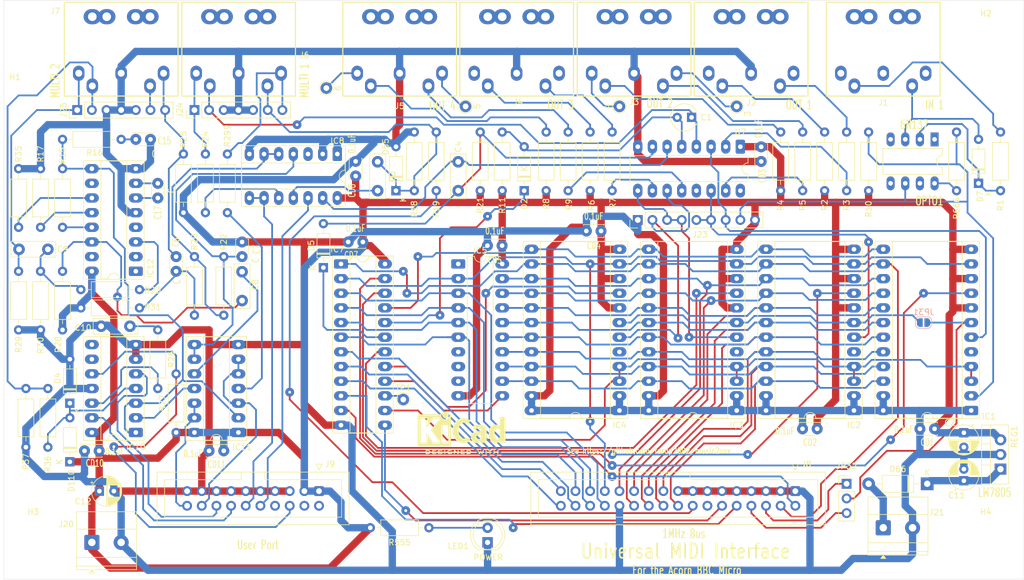
<source format=kicad_pcb>
(kicad_pcb (version 20241229) (generator "pcbnew") (generator_version "9.0")
  (layers (0 "F.Cu" signal) (2 "B.Cu" signal) (13 "F.Paste" user) (15 "B.Paste" user) (5 "F.SilkS" user "F.Silkscreen") (7 "B.SilkS" user "B.Silkscreen") (1 "F.Mask" user) (3 "B.Mask" user) (25 "Edge.Cuts" user))
  (net 0 "")
  (net 1 "GND")
  (net 2 "+5V")
  (net 3 "/12VD")
  (net 4 "SER_CLK")
  (net 5 "/1MHZE")
  (net 6 "/~{PGFC}")
  (net 7 "/A6")
  (net 8 "CS_A")
  (net 9 "/A5")
  (net 10 "CS_B")
  (net 11 "/A7")
  (net 12 "CS_ID")
  (net 13 "CS_C")
  (net 14 "/~{IRQ}")
  (net 15 "CS_D")
  (net 16 "/~{NMI}")
  (net 17 "/~{PGFD}")
  (net 18 "/~{RST}")
  (net 19 "/Untitled Sheet/CB2")
  (net 20 "Net-(J5-Pad5)")
  (net 21 "Net-(J5-Pad4)")
  (net 22 "TX4")
  (net 24 "~{INT}")
  (net 25 "R~{W}B")
  (net 28 "+12V")
  (net 30 "RX1")
  (net 31 "START_CON")
  (net 32 "TX2")
  (net 33 "TX3")
  (net 34 "TX1")
  (net 35 "EXT_CLK_IN")
  (net 36 "CLICK_OUT")
  (net 38 "Net-(C7-Pad1)")
  (net 40 "Net-(J1-Pad4)")
  (net 44 "Net-(J2-Pad4)")
  (net 47 "Net-(J2-Pad5)")
  (net 48 "Net-(J3-Pad5)")
  (net 49 "Net-(J3-Pad1)")
  (net 50 "Net-(J3-Pad4)")
  (net 51 "Net-(J3-Pad3)")
  (net 53 "Net-(J4-Pad4)")
  (net 54 "Net-(J4-Pad5)")
  (net 56 "Net-(J5-Pad1)")
  (net 57 "Net-(J5-Pad3)")
  (net 58 "Net-(D7-A)")
  (net 59 "/D6")
  (net 60 "/D5")
  (net 62 "/A1")
  (net 63 "/A0")
  (net 65 "/D0")
  (net 66 "/D2")
  (net 67 "/D4")
  (net 68 "/D3")
  (net 69 "/D1")
  (net 71 "/D7")
  (net 73 "/A2")
  (net 74 "/A3")
  (net 75 "/A4")
  (net 76 "Net-(R9-Pad1)")
  (net 77 "Net-(D2-A)")
  (net 78 "Net-(R3-Pad1)")
  (net 79 "Net-(R5-Pad1)")
  (net 80 "Net-(IC7-I{slash}O-Pad15)")
  (net 81 "Y3")
  (net 82 "/R~{W}")
  (net 83 "Y4")
  (net 84 "/Untitled Sheet/CB1")
  (net 86 "FOOTSWITCH")
  (net 87 "Net-(C8-Pad2)")
  (net 88 "Net-(D5-A)")
  (net 89 "/Untitled Sheet/PB7")
  (net 90 "/Untitled Sheet/PB5")
  (net 91 "/Untitled Sheet/PB0")
  (net 92 "/Untitled Sheet/PB4")
  (net 93 "/Untitled Sheet/PB3")
  (net 94 "/Untitled Sheet/PB1")
  (net 95 "/Untitled Sheet/PB2")
  (net 96 "Net-(OPTO1-Pad8)")
  (net 97 "Net-(IC8-Pad5)")
  (net 99 "Net-(IC10-Pad2)")
  (net 100 "Net-(C15-Pad1)")
  (net 102 "Net-(C10-Pad1)")
  (net 103 "AUDIO")
  (net 104 "Net-(C4-Pad1)")
  (net 105 "Net-(IC11-Pad4)")
  (net 106 "Net-(C3-Pad1)")
  (net 107 "SYNC_TO_TAPE")
  (net 108 "Net-(IC8-Pad10)")
  (net 109 "/Untitled Sheet/PB6")
  (net 110 "Net-(R7-Pad1)")
  (net 111 "Net-(D7-K)")
  (net 112 "Net-(LED1-A)")
  (net 116 "START_IN")
  (net 121 "CLOCK_OUT")
  (net 122 "Net-(C6-Pad1)")
  (net 123 "Net-(IC12-Q2)")
  (net 124 "Net-(IC12-Q1)")
  (net 125 "Net-(C9-Pad1)")
  (net 127 "Net-(IC12-Q4)")
  (net 128 "Net-(IC12-Q9)")
  (net 129 "Net-(IC12-Q7)")
  (net 130 "Net-(IC12-Reset)")
  (net 131 "Net-(IC12-Q0)")
  (net 135 "Net-(IC12-Q8)")
  (net 137 "Net-(IC10-Pad12)")
  (net 138 "Net-(D110-A)")
  (net 160 "~{INT2}")
  (net 161 "SYNC_FROM_TAPE")
  (footprint "Connector_IDC:IDC-Header_2x17_P2.54mm_Vertical" (layer "F.Cu") (at 200.66 123.19 -90)
    (property "Reference" "J8")
    (property "Value" "1MHzBus1")
  )
  (footprint "Package_DIP:DIP-24_W15.24mm_Socket_LongPads" (layer "F.Cu") (at 170.18 109.22 180)
    (property "Reference" "IC4")
    (property "Value" "MC6850")
  )
  (footprint "musix5xxx-custom:din_5_pcb_mount_umi" (layer "F.Cu") (at 193 45.72)
    (property "Reference" "J2")
    (property "Value" "OUT 1")
  )
  (footprint "Capacitor_THT:C_Disc_D7.5mm_W2.5mm_P5.00mm" (layer "F.Cu") (at 128.27 71.12 90)
    (property "Reference" "C3")
    (property "Value" "C")
  )
  (footprint "Resistor_THT:R_Axial_DIN0207_L6.3mm_D2.5mm_P10.16mm_Horizontal" (layer "F.Cu") (at 165.1 71.12 90)
    (property "Reference" "R6")
    (property "Value" "220")
  )
  (footprint "musix5xxx-custom:din_5_pcb_mount_umi" (layer "F.Cu") (at 132.08 45.72)
    (property "Reference" "J5")
    (property "Value" "OUT 4")
  )
  (footprint "musix5xxx-custom:C_Disc_D3.4mm_W2.1mm_P2.54mm" (layer "F.Cu") (at 166.985 78.105 180)
    (property "Reference" "CD4")
    (property "Value" "0.1uF")
  )
  (footprint "musix5xxx-custom:C_Disc_D3.4mm_W2.1mm_P2.54mm" (layer "F.Cu") (at 124.46 68.58 90)
    (property "Reference" "CD8")
    (property "Value" "0.1uF")
  )
  (footprint "Resistor_THT:R_Axial_DIN0207_L6.3mm_D2.5mm_P10.16mm_Horizontal" (layer "F.Cu") (at 157.48 71.12 90)
    (property "Reference" "R8")
    (property "Value" "220")
  )
  (footprint "Package_DIP:DIP-24_W15.24mm_Socket_LongPads" (layer "F.Cu") (at 190.5 109.22 180)
    (property "Reference" "IC3")
    (property "Value" "MC6850")
  )
  (footprint "musix5xxx-custom:din_5_pcb_mount_umi" (layer "F.Cu") (at 152.36 45.72)
    (property "Reference" "J4")
    (property "Value" "OUT 3")
  )
  (footprint "Resistor_THT:R_Axial_DIN0207_L6.3mm_D2.5mm_P10.16mm_Horizontal" (layer "F.Cu") (at 161.29 71.12 90)
    (property "Reference" "R9")
    (property "Value" "220")
  )
  (footprint "Package_DIP:DIP-24_W15.24mm_Socket_LongPads" (layer "F.Cu") (at 231.14 109.22 180)
    (property "Reference" "IC1")
    (property "Value" "MC6850")
  )
  (footprint "musix5xxx-custom:C_Disc_D3.4mm_W2.1mm_P2.54mm" (layer "F.Cu") (at 224.79 112.395 180)
    (property "Reference" "CD1")
    (property "Value" "0.1uF")
  )
  (footprint "TerminalBlock_Phoenix:TerminalBlock_Phoenix_MKDS-1,5-2-5.08_1x02_P5.08mm_Horizontal" (layer "F.Cu") (at 215.9 129.54)
    (property "Reference" "J21")
    (property "Value" "+12V DC")
  )
  (footprint "musix5xxx-custom:din_5_pcb_mount_umi" (layer "F.Cu") (at 215.9 45.72)
    (property "Reference" "J1")
    (property "Value" "IN 1")
  )
  (footprint "Package_DIP:DIP-14_W7.62mm_Socket_LongPads" (layer "F.Cu") (at 104.14 113.03 180)
    (property "Reference" "IC11")
    (property "Value" "HEF4093B")
  )
  (footprint "Resistor_THT:R_Axial_DIN0207_L6.3mm_D2.5mm_P10.16mm_Horizontal" (layer "F.Cu") (at 127 129.54)
    (property "Reference" "R555")
    (property "Value" "1K")
  )
  (footprint "Resistor_THT:R_Axial_DIN0207_L6.3mm_D2.5mm_P10.16mm_Horizontal" (layer "F.Cu") (at 168.91 71.12 90)
    (property "Reference" "R7")
    (property "Value" "220")
  )
  (footprint "Capacitor_THT:C_Disc_D7.5mm_W2.5mm_P5.00mm" (layer "F.Cu") (at 104.775 90.17 90)
    (property "Reference" "C8")
    (property "Value" "C")
  )
  (footprint "Resistor_THT:R_Axial_DIN0207_L6.3mm_D2.5mm_P10.16mm_Horizontal" (layer "F.Cu") (at 201.93 71.12 90)
    (property "Reference" "R5")
    (property "Value" "220")
  )
  (footprint "MountingHole:MountingHole_4.3mm_M4" (layer "F.Cu") (at 233.68 132.08)
    (property "Reference" "H4")
    (property "Value" "MountingHole")
  )
  (footprint "Resistor_THT:R_Axial_DIN0207_L6.3mm_D2.5mm_P10.16mm_Horizontal" (layer "F.Cu") (at 96.52 82.55 -90)
    (property "Reference" "R20")
    (property "Value" "100R")
  )
  (footprint "MountingHole:MountingHole_4.3mm_M4" (layer "F.Cu") (at 233.68 45.72)
    (property "Reference" "H2")
    (property "Value" "MountingHole")
  )
  (footprint "Symbol:KiCad-Logo2_6mm_SilkScreen" (layer "F.Cu") (at 142.875 112.395)
    (property "Reference" "REF**" (hide yes))
    (property "Value" "KiCad-Logo2_6mm_SilkScreen" (hide yes))
  )
  (footprint "Connector_PinHeader_2.54mm:PinHeader_1x07_P2.54mm_Vertical" (layer "F.Cu") (at 96.52 57.15 90)
    (property "Reference" "J24")
    (property "Value" "Conn_01x07")
  )
  (footprint "Diode_THT:D_DO-41_SOD81_P10.16mm_Horizontal" (layer "F.Cu") (at 223.52 121.92 180)
    (property "Reference" "D66")
    (property "Value" "1N4001")
  )
  (footprint "TerminalBlock_Phoenix:TerminalBlock_Phoenix_MKDS-1,5-2-5.08_1x02_P5.08mm_Horizontal" (layer "F.Cu") (at 78.74 132.08)
    (property "Reference" "J20")
    (property "Value" "+5V")
  )
  (footprint "Package_DIP:DIP-14_W7.62mm_Socket_LongPads" (layer "F.Cu") (at 86.36 113.03 180)
    (property "Reference" "IC10")
    (property "Value" "4066")
  )
  (footprint "Resistor_THT:R_Axial_DIN0207_L6.3mm_D2.5mm_P10.16mm_Horizontal" (layer "F.Cu") (at 93.345 113.03 90)
    (property "Reference" "R27")
    (property "Value" "R")
  )
  (footprint "Capacitor_THT:CP_Radial_D5.0mm_P2.00mm" (layer "F.Cu") (at 229.87 121.38 90)
    (property "Reference" "C11")
    (property "Value" "47uF")
  )
  (footprint "Resistor_THT:R_Axial_DIN0207_L6.3mm_D2.5mm_P10.16mm_Horizontal" (layer "F.Cu") (at 86.995 88.265 180)
    (property "Reference" "R31")
    (property "Value" "R")
  )
  (footprint "Resistor_THT:R_Axial_DIN0207_L6.3mm_D2.5mm_P10.16mm_Horizontal" (layer "F.Cu") (at 138.43 71.12 90)
    (property "Reference" "R19")
    (property "Value" "120R")
  )
  (footprint "Resistor_THT:R_Axial_DIN0207_L6.3mm_D2.5mm_P10.16mm_Horizontal" (layer "F.Cu") (at 69.85 85.09 -90)
    (property "Reference" "R30")
    (property "Value" "R")
  )
  (footprint "Resistor_THT:R_Axial_DIN0207_L6.3mm_D2.5mm_P10.16mm_Horizontal" (layer "F.Cu") (at 69.85 77.47 90)
    (property "Reference" "R17")
    (property "Value" "R")
  )
  (footprint "Diode_THT:D_DO-35_SOD27_P7.62mm_Horizontal" (layer "F.Cu") (at 131.445 71.12 90)
    (property "Reference" "D55")
    (property "Value" "1N4148" (hide yes))
  )
  (footprint "Package_DIP:DIP-14_W7.62mm_Socket_LongPads" (layer "F.Cu") (at 121.285 64.77 -90)
    (property "Reference" "IC8")
    (property "Value" "4001")
  )
  (footprint "Resistor_THT:R_Axial_DIN0207_L6.3mm_D2.5mm_P10.16mm_Horizontal" (layer "F.Cu") (at 66.04 85.09 -90)
    (property "Reference" "R29")
    (property "Value" "R")
  )
  (footprint "Diode_THT:D_DO-35_SOD27_P7.62mm_Horizontal" (layer "F.Cu") (at 74.93 107.95 90)
    (property "Reference" "D4")
    (property "Value" "1N4148")
  )
  (footprint "TestPoint:TestPoint_THTPad_D2.0mm_Drill1.0mm" (layer "F.Cu") (at 119.38 53.34)
    (property "Reference" "TP6" (hide yes))
    (property "Value" "6")
  )
  (footprint "LED_THT:LED_D5.0mm" (layer "F.Cu") (at 147.32 132.08 90)
    (property "Reference" "LED1")
    (property "Value" "LED")
  )
  (footprint "Diode_THT:D_DO-35_SOD27_P7.62mm_Horizontal" (layer "F.Cu") (at 118.872 84.455 90)
    (property "Reference" "D5")
    (property "Value" "1N4148")
  )
  (footprint "Resistor_THT:R_Axial_DIN0207_L6.3mm_D2.5mm_P10.16mm_Horizontal" (layer "F.Cu") (at 71.12 105.41 -90)
    (property "Reference" "R36")
    (property "Value" "100R")
  )
  (footprint "Resistor_THT:R_Axial_DIN0207_L6.3mm_D2.5mm_P10.16mm_Horizontal" (layer "F.Cu") (at 101.6 92.71 90)
    (property "Reference" "R22")
    (property "Value" "47?")
  )
  (footprint "TestPoint:TestPoint_THTPad_D2.0mm_Drill1.0mm" (layer "F.Cu") (at 190.5 56.515)
    (property "Reference" "TP3" (hide yes))
    (property "Value" "3")
  )
  (footprint "TestPoint:TestPoint_THTPad_D2.0mm_Drill1.0mm" (layer "F.Cu") (at 170.18 56.515)
    (property "Reference" "TP4" (hide yes))
    (property "Value" "4")
  )
  (footprint "Capacitor_THT:CP_Radial_D5.0mm_P2.50mm" (layer "F.Cu") (at 229.87 113.07 -90)
    (property "Reference" "C2")
    (property "Value" "47uF")
  )
  (footprint "Resistor_THT:R_Axial_DIN0207_L6.3mm_D2.5mm_P10.16mm_Horizontal" (layer "F.Cu") (at 146.05 71.12 90)
    (property "Reference" "R21")
    (property "Value" "470K")
  )
  (footprint "Diode_THT:D_DO-35_SOD27_P7.62mm_Horizontal" (layer "F.Cu") (at 153.67 71.12 90)
    (property "Reference" "D2")
    (property "Value" "1N4148")
  )
  (footprint "Resistor_THT:R_Axial_DIN0207_L6.3mm_D2.5mm_P10.16mm_Horizontal" (layer "F.Cu") (at 94.615 74.93 90)
    (property "Reference" "R25")
    (property "Value" "100R")
  )
  (footprint "Package_DIP:DIP-24_W15.24mm_Socket_LongPads" (layer "F.Cu") (at 210.82 109.22 180)
    (property "Reference" "IC2")
    (property "Value" "MC6850")
  )
  (footprint "Package_TO_SOT_THT:TO-220-3_Vertical" (layer "F.Cu") (at 236.22 119.38 90)
    (property "Reference" "REG1")
    (property "Value" "LM7805_TO220")
  )
  (footprint "Resistor_THT:R_Axial_DIN0207_L6.3mm_D2.5mm_P10.16mm_Horizontal" (layer "F.Cu") (at 73.66 67.31 -90)
    (property "Reference" "R15")
    (property "Value" "R")
  )
  (footprint "musix5xxx-custom:DIP-8_W7.62mm_LongPads" (layer "F.Cu") (at 224.79 62.23 -90)
    (property "Reference" "OPTO1")
    (property "Value" "6N137")
  )
  (footprint "Resistor_THT:R_Axial_DIN0207_L6.3mm_D2.5mm_P10.16mm_Horizontal" (layer "F.Cu") (at 198.12 71.12 90)
    (property "Reference" "R4")
    (property "Value" "220")
  )
  (footprint "musix5xxx-custom:C_Disc_D3.4mm_W2.1mm_P2.54mm" (layer "F.Cu") (at 149.84 80.645 180)
    (property "Reference" "CD5")
    (property "Value" "0.1uF")
  )
  (footprint "Connector_PinHeader_2.54mm:PinHeader_1x09_P2.54mm_Vertical" (layer "F.Cu") (at 173.355 76.2 90)
    (property "Reference" "J23")
    (property "Value" "Conn_01x09")
  )
  (footprint "Capacitor_THT:CP_Radial_Tantal_D4.5mm_P2.50mm" (layer "F.Cu") (at 182.67945 58.42 180)
    (property "Reference" "C1")
    (property "Value" "C_Polarized")
  )
  (footprint "Package_DIP:DIP-16_W7.62mm_LongPads" (layer "F.Cu") (at 191.135 63.5 -90)
    (property "Reference" "U7")
    (property "Value" "4050")
  )
  (footprint "musix5xxx-custom:C_Disc_D3.4mm_W2.1mm_P2.54mm" (layer "F.Cu") (at 80.01 116.205 180)
    (property "Reference" "CD10")
    (property "Value" "0.1uF")
  )
  (footprint "musix5xxx-custom:C_Disc_D3.4mm_W2.1mm_P2.50mm" (layer "F.Cu") (at 93.345 85.09 90)
    (property "Reference" "C6")
    (property "Value" "C")
  )
  (footprint "Resistor_THT:R_Axial_DIN0207_L6.3mm_D2.5mm_P10.16mm_Horizontal" (layer "F.Cu") (at 67.31 105.41 -90)
    (property "Reference" "R37")
    (property "Value" "100R")
  )
  (footprint "musix5xxx-custom:C_Disc_D3.4mm_W2.1mm_P2.50mm" (layer "F.Cu") (at 90.17 72.39 90)
    (property "Reference" "C17")
    (property "Value" "C")
  )
  (footprint "Resistor_THT:R_Axial_DIN0207_L6.3mm_D2.5mm_P10.16mm_Horizontal" (layer "F.Cu") (at 102.235 64.77 -90)
    (property "Reference" "R299")
    (property "Value" "R")
  )
  (footprint "Package_DIP:DIP-16_W7.62mm_Socket_LongPads" (layer "F.Cu") (at 86.36 85.09 180)
    (property "Reference" "IC12")
    (property "Value" "4040")
  )
  (footprint "Connector_IDC:IDC-Header_2x10_P2.54mm_Vertical" (layer "F.Cu") (at 118.11 123.19 -90)
    (property "Reference" "J9")
    (property "Value" "User Port")
  )
  (footprint "musix5xxx-custom:C_Disc_D3.4mm_W2.1mm_P2.54mm" (layer "F.Cu") (at 125.71 80.01 180)
    (property "Reference" "CD7")
    (property "Value" "0.1uF")
  )
  (footprint "Capacitor_THT:C_Disc_D7.5mm_W2.5mm_P5.00mm" (layer "F.Cu") (at 71.12 81.28 180)
    (property "Reference" "C9")
    (property "Value" "C")
  )
  (footprint "Resistor_THT:R_Axial_DIN0207_L6.3mm_D2.5mm_P10.16mm_Horizontal" (layer "F.Cu") (at 149.86 71.12 90)
    (property "Reference" "R11")
    (property "Value" "470K")
  )
  (footprint "Resistor_THT:R_Axial_DIN0207_L6.3mm_D2.5mm_P10.16mm_Horizontal" (layer "F.Cu") (at 134.62 71.12 90)
    (property "Reference" "R18")
    (property "Value" "210R")
  )
  (footprint "Connector_PinHeader_2.54mm:PinHeader_1x07_P2.54mm_Vertical" (layer "F.Cu") (at 76.2 57.15 90)
    (property "Reference" "J25")
    (property "Value" "Conn_01x07")
  )
  (footprint "Diode_THT:D_DO-35_SOD27_P7.62mm_Horizontal" (layer "F.Cu") (at 232.41 69.85 90)
    (property "Reference" "D7")
    (property "Value" "1N4148")
  )
  (footprint "Resistor_THT:R_Axial_DIN0207_L6.3mm_D2.5mm_P10.16mm_Horizontal" (layer "F.Cu") (at 236.22 71.12 90)
    (property "Reference" "R1")
    (property "Value" "220")
  )
  (footprint "Capacitor_THT:C_Disc_D7.5mm_W2.5mm_P5.00mm" (layer "F.Cu") (at 85.344 94.615 180)
    (property "Reference" "C10")
    (property "Value" "C")
  )
  (footprint "Resistor_THT:R_Axial_DIN0207_L6.3mm_D2.5mm_P10.16mm_Horizontal" (layer "F.Cu") (at 213.36 71.12 90)
    (property "Reference" "R10")
    (property "Value" "680R")
  )
  (footprint "Resistor_THT:R_Axial_DIN0207_L6.3mm_D2.5mm_P10.16mm_Horizontal" (layer "F.Cu") (at 66.04 77.47 90)
    (property "Reference" "R35")
    (property "Value" "R")
  )
  (footprint "musix5xxx-custom:din_5_pcb_mount_umi" (layer "F.Cu") (at 104.18 45.72)
    (property "Reference" "J6")
    (property "Value" "MULTI 1")
  )
  (footprint "Capacitor_THT:CP_Radial_D5.0mm_P2.50mm" (layer "F.Cu") (at 80.05 123.19)
    (property "Reference" "C12")
    (property "Value" "10uF")
  )
  (footprint "Resistor_THT:R_Axial_DIN0207_L6.3mm_D2.5mm_P10.16mm_Horizontal" (layer "F.Cu") (at 73.66 95.25 90)
    (property "Reference" "R28")
    (property "Value" "R")
  )
  (footprint "musix5xxx-custom:C_Disc_D3.4mm_W2.1mm_P2.54mm" (layer "F.Cu") (at 101.6 116.205 180)
    (property "Reference" "CD11")
    (property "Value" "0.1uF")
  )
  (footprint "Package_DIP:DIP-20_W7.62mm_LongPads" (layer "F.Cu") (at 142.24 83.82)
    (property "Reference" "IC5")
    (property "Value" "ATF16V8")
  )
  (footprint "musix5xxx-custom:C_Disc_D3.4mm_W2.1mm_P2.54mm" (layer "F.Cu") (at 194.74445 63.52 -90)
    (property "Reference" "CD3")
    (property "Value" "0.1uF")
  )
  (footprint "Resistor_THT:R_Axial_DIN0207_L6.3mm_D2.5mm_P10.16mm_Horizontal" (layer "F.Cu") (at 205.74 71.12 90)
    (property "Reference" "R2")
    (property "Value" "220")
  )
  (footprint "musix5xxx-custom:din_5_pcb_mount_umi" (layer "F.Cu") (at 172.72 45.72)
    (property "Reference" "J3")
    (property "Value" "OUT 2")
  )
  (footprint "Resistor_THT:R_Axial_DIN0207_L6.3mm_D2.5mm_P10.16mm_Horizontal" (layer "F.Cu") (at 228.6 60.96 -90)
    (property "Reference" "R666")
    (property "Value" "10K")
  )
  (footprint "Connector_PinHeader_2.54mm:PinHeader_1x03_P2.54mm_Vertical" (layer "F.Cu") (at 209.55 121.92)
    (property "Reference" "JP32")
    (property "Value" "INT TYPE")
  )
  (footprint "Resistor_THT:R_Axial_DIN0207_L6.3mm_D2.5mm_P10.16mm_Horizontal" (layer "F.Cu") (at 73.66 62.23)
    (property "Reference" "R16")
    (property "Value" "R")
  )
  (footprint "Resistor_THT:R_Axial_DIN0207_L6.3mm_D2.5mm_P10.16mm_Horizontal" (layer "F.Cu") (at 98.425 74.93 90)
    (property "Reference" "R24")
    (property "Value" "100R")
  )
  (footprint "musix5xxx-custom:din_5_pcb_mount_umi" (layer "F.Cu") (at 83.82 45.72)
    (property "Reference" "J7")
    (property "Value" "MULTI 2")
  )
  (footprint "Package_DIP:DIP-24_W7.62mm_Socket_LongPads" (layer "F.Cu") (at 121.92 83.82)
    (property "Reference" "IC7")
    (property "Value" "ATF22LV10C-10PU")
  )
  (footprint "Capacitor_THT:C_Disc_D7.5mm_W2.5mm_P5.00mm" (layer "F.Cu") (at 142.24 66.12 -90)
    (property "Reference" "C4")
    (property "Value" "C")
  )
  (footprint "musix5xxx-custom:C_Disc_D3.4mm_W2.1mm_P2.50mm" (layer "F.Cu") (at 86.36 62.23)
    (property "Reference" "C15")
    (property "Value" "C")
  )
  (footprint "musix5xxx-custom:C_Disc_D3.4mm_W2.1mm_P2.50mm" (layer "F.Cu") (at 104.775 82.55 90)
    (property "Reference" "C7")
    (property "Value" "C")
  )
  (footprint "Resistor_THT:R_Axial_DIN0207_L6.3mm_D2.5mm_P10.16mm_Horizontal" (layer "F.Cu") (at 76.835 91.44)
    (property "Reference" "R23")
    (property "Value" "R")
  )
  (footprint "Resistor_THT:R_Axial_DIN0207_L6.3mm_D2.5mm_P10.16mm_Horizontal" (layer "F.Cu") (at 90.17 95.25 -90)
    (property "Reference" "R26")
    (property "Value" "R")
  )
  (footprint "MountingHole:MountingHole_4.3mm_M4" (layer "F.Cu") (at 68.58 132.08)
    (property "Reference" "H3")
    (property "Value" "MountingHole")
  )
  (footprint "MountingHole:MountingHole_4.3mm_M4" (layer "F.Cu") (at 68.58 45.72)
    (property "Reference" "H1")
    (property "Value" "MountingHole")
  )
  (footprint "Diode_THT:D_DO-35_SOD27_P7.62mm_Horizontal" (layer "F.Cu") (at 74.93 118.11 90)
    (property "Reference" "D110")
    (property "Value" "1N4148")
  )
  (footprint "TestPoint:TestPoint_THTPad_D2.0mm_Drill1.0mm" (layer "F.Cu") (at 132.715 107.315)
    (property "Reference" "TP1")
    (property "Value" "CNPGFC")
  )
  (footprint "musix5xxx-custom:C_Disc_D3.4mm_W2.1mm_P2.54mm" (layer "F.Cu") (at 204.45 112.395 180)
    (property "Reference" "CD2")
    (property "Value" "0.1uF")
  )
  (footprint "Resistor_THT:R_Axial_DIN0207_L6.3mm_D2.5mm_P10.16mm_Horizontal" (layer "F.Cu") (at 209.55 71.12 90)
    (property "Reference" "R3")
    (property "Value" "220")
  )
  (footprint "TestPoint:TestPoint_THTPad_D2.0mm_Drill1.0mm" (layer "F.Cu") (at 143.51 56.515)
    (property "Reference" "TP5" (hide yes))
    (property "Value" "5")
  )
  (footprint "Jumper:SolderJumper-2_P1.3mm_Open_RoundedPad1.0x1.5mm" (layer "B.Cu") (at 222.885 93.98 180)
    (property "Reference" "JP31")
    (property "Value" "SolderJumper_2_Open")
  )
  (gr_rect (start 63.5 38.1) (end 240.284 138.43) (stroke (width 0.05)) (fill no) (layer "Edge.Cuts"))
  (gr_text "For the Acorn BBC Micro" (at 181.864 136.906 0) (layer "F.SilkS") (effects (font (size 1.5 1) (thickness 0.2))))
  (gr_text "See https://github.com/fordp2002/music2xxx" (at 175.26 116.205 0) (layer "F.SilkS") (effects (font (size 1 0.8))))
  (gr_text "1MHz Bus" (at 181.356 130.556 0) (layer "F.SilkS") (effects (font (size 1.5 1) (thickness 0.2))))
  (gr_text "Universal MIDI Interface" (at 181.61 133.604 0) (layer "F.SilkS") (effects (font (size 2.5 2) (thickness 0.3))))
  (gr_text "POWER" (at 144.78 135.255 0) (layer "F.SilkS") (effects (font (size 1 1)) (justify left bottom)))
  (gr_text "LM7805" (at 235.204 123.444 0) (layer "F.SilkS") (effects (font (size 1.5 1) (thickness 0.2))))
  (gr_text "User Port" (at 107.5 132.5 0) (layer "F.SilkS") (effects (font (size 1.5 1) (thickness 0.2))))
  (segment (start 173.355 51.405) (end 173.355 63.5) (width 1.27) (layer "F.Cu") (net 1))
  (segment (start 123.17 80.01) (end 115.57 80.01) (width 1.27) (layer "F.Cu") (net 1))
  (segment (start 173.355 76.2) (end 173.355 78.607666) (width 1.27) (layer "F.Cu") (net 1))
  (segment (start 119.242219 111.76) (end 115.57 108.087781) (width 1.27) (layer "F.Cu") (net 1))
  (segment (start 173.355 78.607666) (end 173.487334 78.74) (width 1.27) (layer "F.Cu") (net 1))
  (segment (start 121.92 111.76) (end 119.242219 111.76) (width 1.27) (layer "F.Cu") (net 1))
  (segment (start 158.115 105.7275) (end 157.1625 106.68) (width 1.27) (layer "F.Cu") (net 1))
  (segment (start 86.36 100.33) (end 86.36 97.79) (width 1.27) (layer "F.Cu") (net 1))
  (segment (start 198.12 123.19) (end 195.58 123.19) (width 1.27) (layer "F.Cu") (net 1))
  (segment (start 99.06 116.205) (end 97.79 117.475) (width 1.27) (layer "F.Cu") (net 1))
  (segment (start 158.115 81.3) (end 158.115 105.7275) (width 1.27) (layer "F.Cu") (net 1))
  (segment (start 161.945 77.47) (end 158.115 81.3) (width 1.27) (layer "F.Cu") (net 1))
  (segment (start 173.487334 78.74) (end 175.895 78.74) (width 1.27) (layer "F.Cu") (net 1))
  (segment (start 172.72 50.77) (end 173.355 51.405) (width 1.27) (layer "F.Cu") (net 1))
  (segment (start 99.06 97.79) (end 99.06 95.25) (width 1.27) (layer "F.Cu") (net 1))
  (segment (start 147.3 80.645) (end 145.415 82.53) (width 1.27) (layer "F.Cu") (net 1))
  (segment (start 173.355 64.77) (end 173.355 63.5) (width 1.27) (layer "F.Cu") (net 1))
  (segment (start 115.57 97.79) (end 115.57 80.01) (width 1.27) (layer "F.Cu") (net 1))
  (segment (start 91.948 97.79) (end 94.488 95.25) (width 1.27) (layer "F.Cu") (net 1))
  (segment (start 193.04 123.19) (end 190.5 123.19) (width 1.27) (layer "F.Cu") (net 1))
  (segment (start 115.57 108.087781) (end 115.57 97.79) (width 1.27) (layer "F.Cu") (net 1))
  (segment (start 195.58 123.19) (end 193.04 123.19) (width 1.27) (layer "F.Cu") (net 1))
  (segment (start 182.88 123.19) (end 180.34 123.19) (width 1.27) (layer "F.Cu") (net 1))
  (segment (start 177.8 105.81) (end 176.93 106.68) (width 1.27) (layer "F.Cu") (net 1))
  (segment (start 175.895 78.74) (end 177.8 80.645) (width 1.27) (layer "F.Cu") (net 1))
  (segment (start 132.08 50.77) (end 132.08 59.69) (width 1.27) (layer "F.Cu") (net 1))
  (segment (start 194.74445 66.06) (end 174.645 66.06) (width 1.27) (layer "F.Cu") (net 1))
  (segment (start 190.5 123.19) (end 187.96 123.19) (width 1.27) (layer "F.Cu") (net 1))
  (segment (start 145.415 105.41) (end 145.415 82.55) (width 1.27) (layer "F.Cu") (net 1))
  (segment (start 200.66 123.19) (end 198.12 123.19) (width 1.27) (layer "F.Cu") (net 1))
  (segment (start 157.1625 106.68) (end 154.94 106.68) (width 1.27) (layer "F.Cu") (net 1))
  (segment (start 97.79 117.475) (end 97.79 123.19) (width 1.27) (layer "F.Cu") (net 1))
  (segment (start 177.8 80.645) (end 177.8 105.81) (width 1.27) (layer "F.Cu") (net 1))
  (segment (start 144.145 106.68) (end 145.415 105.41) (width 1.27) (layer "F.Cu") (net 1))
  (segment (start 185.42 123.19) (end 182.88 123.19) (width 1.27) (layer "F.Cu") (net 1))
  (segment (start 145.415 82.53) (end 145.415 82.55) (width 1.27) (layer "F.Cu") (net 1))
  (segment (start 174.645 66.06) (end 173.355 64.77) (width 1.27) (layer "F.Cu") (net 1))
  (segment (start 115.57 80.01) (end 104.775 80.01) (width 1.27) (layer "F.Cu") (net 1))
  (segment (start 99.06 97.79) (end 115.57 97.79) (width 1.27) (layer "F.Cu") (net 1))
  (segment (start 94.488 95.25) (end 99.06 95.25) (width 1.27) (layer "F.Cu") (net 1))
  (segment (start 132.08 59.69) (end 131.445 60.325) (width 1.27) (layer "F.Cu") (net 1))
  (segment (start 176.93 106.68) (end 175.26 106.68) (width 1.27) (layer "F.Cu") (net 1))
  (segment (start 142.24 106.68) (end 144.145 106.68) (width 1.27) (layer "F.Cu") (net 1))
  (segment (start 95.25 123.19) (end 82.55 123.19) (width 1.27) (layer "F.Cu") (net 1))
  (segment (start 131.445 60.325) (end 131.445 63.5) (width 1.27) (layer "F.Cu") (net 1))
  (segment (start 95.25 123.19) (end 113.03 123.19) (width 1.27) (layer "F.Cu") (net 1))
  (segment (start 99.06 116.205) (end 99.06 97.79) (width 1.27) (layer "F.Cu") (net 1))
  (segment (start 164.465 77.47) (end 161.945 77.47) (width 1.27) (layer "F.Cu") (net 1))
  (segment (start 86.36 97.79) (end 91.948 97.79) (width 1.27) (layer "F.Cu") (net 1))
  (segment (start 187.96 123.19) (end 185.42 123.19) (width 1.27) (layer "F.Cu") (net 1))
  (segment (start 147.4358 78.105) (end 149.225 78.105) (width 1.27) (layer "B.Cu") (net 1))
  (segment (start 104.14 46.99) (end 86.345 46.99) (width 1.27) (layer "B.Cu") (net 1))
  (segment (start 94.615 71.972168) (end 94.615 74.93) (width 1.27) (layer "B.Cu") (net 1))
  (segment (start 132.08 50.77) (end 132.08 46.99) (width 1.27) (layer "B.Cu") (net 1))
  (segment (start 83.82 67.31) (end 85.09 67.31) (width 1.27) (layer "B.Cu") (net 1))
  (segment (start 131.445 63.5) (end 131.445 62.865) (width 1.27) (layer "B.Cu") (net 1))
  (segment (start 124.9592 78.2208) (end 149.1092 78.2208) (width 1.27) (layer "B.Cu") (net 1))
  (segment (start 83.82 57.15) (end 86.36 57.15) (width 1.27) (layer "B.Cu") (net 1))
  (segment (start 81.28 60.877178) (end 81.28 57.15) (width 1.27) (layer "B.Cu") (net 1))
  (segment (start 123.825 66.04) (end 120.65 69.215) (width 1.27) (layer "B.Cu") (net 1))
  (segment (start 123.825 112.395) (end 123.825 123.19) (width 1.27) (layer "B.Cu") (net 1))
  (segment (start 121.92 111.76) (end 123.19 111.76) (width 1.27) (layer "B.Cu") (net 1))
  (segment (start 123.19 111.76) (end 123.825 112.395) (width 1.27) (layer "B.Cu") (net 1))
  (segment (start 104.14 57.15) (end 106.68 57.15) (width 1.27) (layer "B.Cu") (net 1))
  (segment (start 236.22 116.84) (end 229.87 116.84) (width 1.27) (layer "B.Cu") (net 1))
  (segment (start 77.597 94.488) (end 74.93 97.155) (width 1.27) (layer "B.Cu") (net 1))
  (segment (start 76.9384 120.65) (end 70.485 120.65) (width 1.27) (layer "B.Cu") (net 1))
  (segment (start 82.55 123.19) (end 83.82 124.46) (width 1.27) (layer "B.Cu") (net 1))
  (segment (start 173.355 78.105) (end 170.815 75.565) (width 1.27) (layer "B.Cu") (net 1))
  (segment (start 83.82 132.2705) (end 88.4555 136.906) (width 1.27) (layer "B.Cu") (net 1))
  (segment (start 147.3 78.2408) (end 147.4358 78.105) (width 1.27) (layer "B.Cu") (net 1))
  (segment (start 200.66 123.19) (end 201.93 123.19) (width 1.27) (layer "B.Cu") (net 1))
  (segment (start 77.47 116.205) (end 77.47 120.1184) (width 1.27) (layer "B.Cu") (net 1))
  (segment (start 201.93 109.22) (end 195.58 109.22) (width 1.27) (layer "B.Cu") (net 1))
  (segment (start 107.315 62.23) (end 119.6975 62.23) (width 1.27) (layer "B.Cu") (net 1))
  (segment (start 123.17 80.01) (end 124.9592 78.2208) (width 1.27) (layer "B.Cu") (net 1))
  (segment (start 190.5 109.22) (end 175.26 109.22) (width 1.27) (layer "B.Cu") (net 1))
  (segment (start 85.09 74.93) (end 83.82 73.66) (width 1.27) (layer "B.Cu") (net 1))
  (segment (start 73.66 100.33) (end 69.85 96.52) (width 1.27) (layer "B.Cu") (net 1))
  (segment (start 130.175 62.865) (end 130.81 62.865) (width 1.27) (layer "B.Cu") (net 1))
  (segment (start 78.74 105.41) (end 74.93 105.41) (width 1.27) (layer "B.Cu") (net 1))
  (segment (start 220.218 134.874) (end 220.98 134.112) (width 1.27) (layer "B.Cu") (net 1))
  (segment (start 124.46 66.04) (end 123.825 66.04) (width 1.27) (layer "B.Cu") (net 1))
  (segment (start 152.4 46.99) (end 132.08 46.99) (width 1.27) (layer "B.Cu") (net 1))
  (segment (start 149.1092 78.2208) (end 149.225 78.105) (width 1.27) (layer "B.Cu") (net 1))
  (segment (start 222.25 112.395) (end 222.25 116.84) (width 1.27) (layer "B.Cu") (net 1))
  (segment (start 130.81 62.865) (end 131.445 63.5) (width 1.27) (layer "B.Cu") (net 1))
  (segment (start 121.285 62.23) (end 124.46 62.23) (width 1.27) (layer "B.Cu") (net 1))
  (segment (start 77.8392 121.5508) (end 76.9384 120.65) (width 1.27) (layer "B.Cu") (net 1))
  (segment (start 81.28 94.488) (end 77.597 94.488) (width 1.27) (layer "B.Cu") (net 1))
  (segment (start 82.55 123.19) (end 82.55 122.05863) (width 1.27) (layer "B.Cu") (net 1))
  (segment (start 175.26 109.22) (end 170.18 109.22) (width 1.27) (layer "B.Cu") (net 1))
  (segment (start 215.9 109.22) (end 222.25 109.22) (width 1.27) (layer "B.Cu") (net 1))
  (segment (start 74.93 105.41) (end 74.1916 105.41) (width 1.27) (layer "B.Cu") (net 1))
  (segment (start 193 50.77) (end 193 49.49) (width 1.27) (layer "B.Cu") (net 1))
  (segment (start 208.624 136.906) (end 210.656 134.874) (width 1.27) (layer "B.Cu") (net 1))
  (segment (start 128.27 62.23) (end 129.54 62.23) (width 1.27) (layer "B.Cu") (net 1))
  (segment (start 220.98 127) (end 219.71 125.73) (width 1.27) (layer "B.Cu") (net 1))
  (segment (start 152.36 50.77) (end 152.36 47.03) (width 1.27) (layer "B.Cu") (net 1))
  (segment (start 119.6975 62.23) (end 124.46 62.23) (width 1.27) (layer "B.Cu") (net 1))
  (segment (start 170.18 125.73) (end 170.18 136.906) (width 1.27) (layer "B.Cu") (net 1))
  (segment (start 87.63 67.31) (end 85.09 67.31) (width 1.27) (layer "B.Cu") (net 1))
  (segment (start 118.745 64.77) (end 118.745 63.1825) (width 1.27) (layer "B.Cu") (net 1))
  (segment (start 84.8995 97.79) (end 81.5975 94.488) (width 1.27) (layer "B.Cu") (net 1))
  (segment (start 82.04217 121.5508) (end 77.8392 121.5508) (width 1.27) (layer "B.Cu") (net 1))
  (segment (start 201.93 123.19) (end 203.2 124.46) (width 1.27) (layer "B.Cu") (net 1))
  (segment (start 81.28 60.877178) (end 81.28 64.77) (width 1.27) (layer "B.Cu") (net 1))
  (segment (start 74.93 100.33) (end 73.66 100.33) (width 1.27) (layer "B.Cu") (net 1))
  (segment (start 130.81 130.175) (end 130.81 136.906) (width 1.27) (layer "B.Cu") (net 1))
  (segment (start 88.9 66.04) (end 87.63 67.31) (width 1.27) (layer "B.Cu") (net 1))
  (segment (start 152.36 47.03) (end 152.4 46.99) (width 1.27) (layer "B.Cu") (net 1))
  (segment (start 127.635 62.865) (end 124.46 66.04) (width 1.27) (layer "B.Cu") (net 1))
  (segment (start 170.18 136.906) (end 203.2 136.906) (width 1.27) (layer "B.Cu") (net 1))
  (segment (start 99.695 80.01) (end 94.615 74.93) (width 1.27) (layer "B.Cu") (net 1))
  (segment (start 215.9 106.68) (end 215.9 109.22) (width 1.27) (layer "B.Cu") (net 1))
  (segment (start 147.32 136.906) (end 170.18 136.906) (width 1.27) (layer "B.Cu") (net 1))
  (segment (start 221.615 116.84) (end 222.25 116.84) (width 1.27) (layer "B.Cu") (net 1))
  (segment (start 219.71 118.745) (end 221.615 116.84) (width 1.27) (layer "B.Cu") (net 1))
  (segment (start 69.85 67.31) (end 66.04 67.31) (width 1.27) (layer "B.Cu") (net 1))
  (segment (start 83.82 57.15) (end 83.82 50.77) (width 1.27) (layer "B.Cu") (net 1))
  (segment (start 83.82 49.515) (end 83.82 50.77) (width 1.27) (layer "B.Cu") (net 1))
  (segment (start 104.18 50.77) (end 104.18 47.03) (width 1.27) (layer "B.Cu") (net 1))
  (segment (start 69.85 96.52) (end 69.85 95.25) (width 1.27) (layer "B.Cu") (net 1))
  (segment (start 81.28 59.69) (end 81.28 60.877178) (width 1.27) (layer "B.Cu") (net 1))
  (segment (start 203.2 124.46) (end 203.2 136.906) (width 1.27) (layer "B.Cu") (net 1))
  (segment (start 69.85 95.25) (end 66.04 95.25) (width 1.27) (layer "B.Cu") (net 1))
  (segment (start 120.65 69.215) (end 97.372168 69.215) (width 1.27) (layer "B.Cu") (net 1))
  (segment (start 210.82 109.22) (end 201.93 109.22) (width 1.27) (layer "B.Cu") (net 1))
  (segment (start 71.12 59.69) (end 81.28 59.69) (width 1.27) (layer "B.Cu") (net 1))
  (segment (start 81.5975 94.488) (end 81.28 94.488) (width 1.27) (layer "B.Cu") (net 1))
  (segment (start 219.71 125.73) (end 219.71 118.745) (width 1.27) (layer "B.Cu") (net 1))
  (segment (start 222.25 109.22) (end 231.14 109.22) (width 1.27) (layer "B.Cu") (net 1))
  (segment (start 229.87 115.57) (end 229.87 116.84) (width 1.27) (layer "B.Cu") (net 1))
  (segment (start 172.72 46.99) (end 152.4 46.99) (width 1.27) (layer "B.Cu") (net 1))
  (segment (start 104.775 80.01) (end 99.695 80.01) (width 1.27) (layer "B.Cu") (net 1))
  (segment (start 88.9 62.23) (end 88.9 66.04) (width 1.27) (layer "B.Cu") (net 1))
  (segment (start 190.5 46.99) (end 172.72 46.99) (width 1.27) (layer "B.Cu") (net 1))
  (segment (start 210.82 106.68) (end 210.82 109.22) (width 1.27) (layer "B.Cu") (net 1))
  (segment (start 86.36 97.79) (end 84.8995 97.79) (width 1.27) (layer "B.Cu") (net 1))
  (segment (start 170.18 109.22) (end 154.94 109.22) (width 1.27) (layer "B.Cu") (net 1))
  (segment (start 104.18 50.77) (end 104.18 57.11) (width 1.27) (layer "B.Cu") (net 1))
  (segment (start 222.25 112.395) (end 222.25 109.22) (width 1.27) (layer "B.Cu") (net 1))
  (segment (start 101.6 57.15) (end 104.14 57.15) (width 1.27) (layer "B.Cu") (net 1))
  (segment (start 154.94 106.68) (end 154.94 109.22) (width 1.27) (layer "B.Cu") (net 1))
  (segment (start 229.87 116.84) (end 229.87 119.38) (width 1.27) (layer "B.Cu") (net 1))
  (segment (start 149.225 78.105) (end 164.445 78.105) (width 1.27) (layer "B.Cu") (net 1))
  (segment (start 124.46 62.23) (end 128.27 62.23) (width 1.27) (layer "B.Cu") (net 1))
  (segment (start 170.815 75.565) (end 164.465 75.565) (width 1.27) (layer "B.Cu") (net 1))
  (segment (start 147.3 80.645) (end 147.3 78.2408) (width 1.27) (layer "B.Cu") (net 1))
  (segment (start 118.745 63.1825) (end 119.6975 62.23) (width 1.27) (layer "B.Cu") (net 1))
  (segment (start 83.82 124.46) (end 83.82 132.08) (width 1.27) (layer "B.Cu") (net 1))
  (segment (start 172.72 50.77) (end 172.72 46.99) (width 1.27) (layer "B.Cu") (net 1))
  (segment (start 131.445 62.865) (end 133.35 60.96) (width 1.27) (layer "B.Cu") (net 1))
  (segment (start 67.31 117.475) (end 67.31 115.57) (width 1.27) (layer "B.Cu") (net 1))
  (segment (start 203.2 136.906) (end 208.624 136.906) (width 1.27) (layer "B.Cu") (net 1))
  (segment (start 74.93 97.155) (end 74.93 100.33) (width 1.27) (layer "B.Cu") (net 1))
  (segment (start 123.825 123.19) (end 130.81 130.175) (width 1.27) (layer "B.Cu") (net 1))
  (segment (start 70.485 120.65) (end 67.31 117.475) (width 1.27) (layer "B.Cu") (net 1))
  (segment (start 127.635 62.23) (end 127.635 62.865) (width 1.27) (layer "B.Cu") (net 1))
  (segment (start 69.85 67.31) (end 69.85 60.96) (width 1.27) (layer "B.Cu") (net 1))
  (segment (start 129.54 62.23) (end 130.175 62.865) (width 1.27) (layer "B.Cu") (net 1))
  (segment (start 164.465 75.565) (end 164.465 77.47) (width 1.27) (layer "B.Cu") (net 1))
  (segment (start 86.345 46.99) (end 83.82 49.515) (width 1.27) (layer "B.Cu") (net 1))
  (segment (start 86.36 74.93) (end 85.09 74.93) (width 1.27) (layer "B.Cu") (net 1))
  (segment (start 81.28 57.15) (end 83.82 57.15) (width 1.27) (layer "B.Cu") (net 1))
  (segment (start 190.5 106.68) (end 190.5 109.22) (width 1.27) (layer "B.Cu") (net 1))
  (segment (start 170.18 106.68) (end 170.18 109.22) (width 1.27) (layer "B.Cu") (net 1))
  (segment (start 121.285 64.77) (end 121.285 62.23) (width 1.27) (layer "B.Cu") (net 1))
  (segment (start 81.28 64.77) (end 83.82 67.31) (width 1.27) (layer "B.Cu") (net 1))
  (segment (start 74.93 100.33) (end 74.93 105.41) (width 1.27) (layer "B.Cu") (net 1))
  (segment (start 220.98 129.54) (end 220.98 127) (width 1.27) (layer "B.Cu") (net 1))
  (segment (start 195.58 106.68) (end 195.58 109.22) (width 1.27) (layer "B.Cu") (net 1))
  (segment (start 222.25 116.84) (end 229.87 116.84) (width 1.27) (layer "B.Cu") (net 1))
  (segment (start 201.91 112.395) (end 201.91 109.24) (width 1.27) (layer "B.Cu") (net 1))
  (segment (start 220.98 134.112) (end 220.98 129.54) (width 1.27) (layer "B.Cu") (net 1))
  (segment (start 83.82 73.66) (end 83.82 67.31) (width 1.27) (layer "B.Cu") (net 1))
  (segment (start 97.372168 69.215) (end 94.615 71.972168) (width 1.27) (layer "B.Cu") (net 1))
  (segment (start 128.27 62.23) (end 127.635 62.23) (width 1.27) (layer "B.Cu") (net 1))
  (segment (start 193 49.49) (end 190.5 46.99) (width 1.27) (layer "B.Cu") (net 1))
  (segment (start 132.08 46.99) (end 104.14 46.99) (width 1.27) (layer "B.Cu") (net 1))
  (segment (start 88.4555 136.906) (end 130.81 136.906) (width 1.27) (layer "B.Cu") (net 1))
  (segment (start 77.47 120.1184) (end 76.9384 120.65) (width 1.27) (layer "B.Cu") (net 1))
  (segment (start 67.31 115.57) (end 67.31 112.2916) (width 1.27) (layer "B.Cu") (net 1))
  (segment (start 210.656 134.874) (end 220.218 134.874) (width 1.27) (layer "B.Cu") (net 1))
  (segment (start 173.355 76.2) (end 173.355 78.105) (width 1.27) (layer "B.Cu") (net 1))
  (segment (start 133.35 60.96) (end 134.62 60.96) (width 1.27) (layer "B.Cu") (net 1))
  (segment (start 147.32 132.08) (end 147.32 136.906) (width 1.27) (layer "B.Cu") (net 1))
  (segment (start 67.31 112.2916) (end 74.1916 105.41) (width 1.27) (layer "B.Cu") (net 1))
  (segment (start 82.55 122.05863) (end 82.04217 121.5508) (width 1.27) (layer "B.Cu") (net 1))
  (segment (start 130.81 136.906) (end 147.32 136.906) (width 1.27) (layer "B.Cu") (net 1))
  (segment (start 69.85 60.96) (end 71.12 59.69) (width 1.27) (layer "B.Cu") (net 1))
  (segment (start 210.82 109.22) (end 215.9 109.22) (width 1.27) (layer "B.Cu") (net 1))
  (segment (start 104.18 47.03) (end 104.14 46.99) (width 1.27) (layer "B.Cu") (net 1))
  (segment (start 201.91 109.24) (end 201.93 109.22) (width 1.27) (layer "B.Cu") (net 1))
  (segment (start 195.58 109.22) (end 190.5 109.22) (width 1.27) (layer "B.Cu") (net 1))
  (segment (start 81.36 94.408) (end 81.28 94.488) (width 1.27) (layer "B.Cu") (net 1))
  (segment (start 175.26 106.68) (end 175.26 109.22) (width 1.27) (layer "B.Cu") (net 1))
  (segment (start 106.045 64.77) (end 106.045 63.5) (width 1.27) (layer "B.Cu") (net 1))
  (segment (start 106.045 63.5) (end 107.315 62.23) (width 1.27) (layer "B.Cu") (net 1))
  (segment (start 170.18 86.36) (end 167.005 86.36) (width 1.27) (layer "F.Cu") (net 2))
  (segment (start 226.1942 73.1592) (end 213.36 73.1592) (width 1.27) (layer "F.Cu") (net 2))
  (segment (start 80.01 113.03) (end 78.74 113.03) (width 1.27) (layer "F.Cu") (net 2))
  (segment (start 191.135 63.5) (end 196.215 63.5) (width 1.27) (layer "F.Cu") (net 2))
  (segment (start 187.96 90.57) (end 188.83 91.44) (width 1.27) (layer "F.Cu") (net 2))
  (segment (start 78.74 88.9) (end 78.74 85.09) (width 1.27) (layer "F.Cu") (net 2))
  (segment (start 80.01 116.205) (end 80.01 114.3) (width 1.27) (layer "F.Cu") (net 2))
  (segment (start 188.83 91.44) (end 190.5 91.44) (width 1.27) (layer "F.Cu") (net 2))
  (segment (start 129.54 83.185) (end 129.54 83.82) (width 1.27) (layer "F.Cu") (net 2))
  (segment (start 231.14 91.44) (end 227.965 91.44) (width 1.27) (layer "F.Cu") (net 2))
  (segment (start 213.36 71.12) (end 213.36 73.1592) (width 1.27) (layer "F.Cu") (net 2))
  (segment (start 205.74 71.12) (end 205.74 73.1592) (width 1.27) (layer "F.Cu") (net 2))
  (segment (start 121.285 72.39) (end 124.46 72.39) (width 1.27) (layer "F.Cu") (net 2))
  (segment (start 167.005 73.1592) (end 165.1 73.1592) (width 1.27) (layer "F.Cu") (net 2))
  (segment (start 127 80.645) (end 129.54 83.185) (width 1.27) (layer "F.Cu") (net 2))
  (segment (start 187.96 81.28) (end 187.96 86.36) (width 1.27) (layer "F.Cu") (net 2))
  (segment (start 157.48 71.12) (end 157.48 73.1592) (width 1.27) (layer "F.Cu") (net 2))
  (segment (start 210.82 86.36) (end 207.645 86.36) (width 1.27) (layer "F.Cu") (net 2))
  (segment (start 227.965 81.28) (end 227.965 74.93) (width 1.27) (layer "F.Cu") (net 2))
  (segment (start 149.86 83.82) (end 149.86 73.1592) (width 1.27) (layer "F.Cu") (net 2))
  (segment (start 224.79 112.395) (end 227.33 109.855) (width 1.27) (layer "F.Cu") (net 2))
  (segment (start 190.5 86.36) (end 187.96 86.36) (width 1.27) (layer "F.Cu") (net 2))
  (segment (start 93.345 113.03) (end 96.52 113.03) (width 1.27) (layer "F.Cu") (net 2))
  (segment (start 207.645 73.1592) (end 205.74 73.1592) (width 1.27) (layer "F.Cu") (net 2))
  (segment (start 115.57 117.475) (end 111.125 113.03) (width 1.27) (layer "F.Cu") (net 2))
  (segment (start 210.82 91.44) (end 208.5975 91.44) (width 1.27) (layer "F.Cu") (net 2))
  (segment (start 82.55 92.71) (end 78.74 88.9) (width 1.27) (layer "F.Cu") (net 2))
  (segment (start 170.18 81.28) (end 167.005 81.28) (width 1.27) (layer "F.Cu") (net 2))
  (segment (start 130.175 73.1592) (end 125.2292 73.1592) (width 1.27) (layer "F.Cu") (net 2))
  (segment (start 78.74 133.35) (end 81.915 136.525) (width 1.27) (layer "F.Cu") (net 2))
  (segment (start 190.5 81.28) (end 187.96 81.28) (width 1.27) (layer "F.Cu") (net 2))
  (segment (start 78.74 132.08) (end 78.74 133.35) (width 1.27) (layer "F.Cu") (net 2))
  (segment (start 78.74 124.5) (end 80.05 123.19) (width 1.27) (layer "F.Cu") (net 2))
  (segment (start 205.74 73.1592) (end 198.12 73.1592) (width 1.27) (layer "F.Cu") (net 2))
  (segment (start 74.93 118.11) (end 80.01 118.11) (width 1.27) (layer "F.Cu") (net 2))
  (segment (start 207.645 81.28) (end 207.645 73.1592) (width 1.27) (layer "F.Cu") (net 2))
  (segment (start 170.18 91.44) (end 168.275 91.44) (width 1.27) (layer "F.Cu") (net 2))
  (segment (start 227.965 81.28) (end 227.965 86.36) (width 1.27) (layer "F.Cu") (net 2))
  (segment (start 124.46 72.39) (end 125.2292 73.1592) (width 1.27) (layer "F.Cu") (net 2))
  (segment (start 125.73 73.7942) (end 125.73 80.645) (width 1.27) (layer "F.Cu") (net 2))
  (segment (start 111.125 113.03) (end 104.14 113.03) (width 1.27) (layer "F.Cu") (net 2))
  (segment (start 120.015 136.525) (end 127 129.54) (width 1.27) (layer "F.Cu") (net 2))
  (segment (start 198.12 73.1592) (end 167.005 73.1592) (width 1.27) (layer "F.Cu") (net 2))
  (segment (start 149.86 73.1592) (end 146.05 73.1592) (width 1.27) (layer "F.Cu") (net 2))
  (segment (start 125.73 80.645) (end 127 80.645) (width 1.27) (layer "F.Cu") (net 2))
  (segment (start 227.965 91.44) (end 227.965 92.075) (width 1.27) (layer "F.Cu") (net 2))
  (segment (start 207.645 107.315) (end 204.45 110.51) (width 1.27) (layer "F.Cu") (net 2))
  (segment (start 227.33 92.71) (end 227.965 92.075) (width 1.27) (layer "F.Cu") (net 2))
  (segment (start 80.01 116.205) (end 80.01 117.094) (width 1.27) (layer "F.Cu") (net 2))
  (segment (start 149.86 71.12) (end 149.86 73.1592) (width 1.27) (layer "F.Cu") (net 2))
  (segment (start 204.45 110.51) (end 204.45 112.415) (width 1.27) (layer "F.Cu") (net 2))
  (segment (start 190.5 80.01) (end 193.675 76.835) (width 1.27) (layer "F.Cu") (net 2))
  (segment (start 190.5 81.28) (end 190.5 80.01) (width 1.27) (layer "F.Cu") (net 2))
  (segment (start 146.05 73.1592) (end 142.24 73.1592) (width 1.27) (layer "F.Cu") (net 2))
  (segment (start 93.345 114.3) (end 93.345 113.03) (width 1.27) (layer "F.Cu") (net 2))
  (segment (start 227.33 109.855) (end 227.33 92.71) (width 1.27) (layer "F.Cu") (net 2))
  (segment (start 78.74 132.08) (end 78.74 124.5) (width 1.27) (layer "F.Cu") (net 2))
  (segment (start 193.675 73.66) (end 193.675 76.2) (width 1.27) (layer "F.Cu") (net 2))
  (segment (start 227.965 86.36) (end 227.965 91.44) (width 1.27) (layer "F.Cu") (net 2))
  (segment (start 167.005 81.28) (end 167.005 73.1592) (width 1.27) (layer "F.Cu") (net 2))
  (segment (start 196.215 63.5) (end 198.12 65.405) (width 1.27) (layer "F.Cu") (net 2))
  (segment (start 207.645 91.44) (end 207.645 107.315) (width 1.27) (layer "F.Cu") (net 2))
  (segment (start 124.46 72.39) (end 124.46 68.58) (width 1.27) (layer "F.Cu") (net 2))
  (segment (start 161.29 73.1592) (end 157.48 73.1592) (width 1.27) (layer "F.Cu") (net 2))
  (segment (start 231.14 86.36) (end 227.965 86.36) (width 1.27) (layer "F.Cu") (net 2))
  (segment (start 80.01 120.65) (end 80.05 120.69) (width 1.27) (layer "F.Cu") (net 2))
  (segment (start 213.36 73.1592) (end 207.645 73.1592) (width 1.27) (layer "F.Cu") (net 2))
  (segment (start 80.391 117.475) (end 90.17 117.475) (width 1.27) (layer "F.Cu") (net 2))
  (segment (start 210.82 81.28) (end 207.645 81.28) (width 1.27) (layer "F.Cu") (net 2))
  (segment (start 80.05 120.69) (end 80.05 123.19) (width 1.27) (layer "F.Cu") (net 2))
  (segment (start 115.57 123.19) (end 115.57 117.475) (width 1.27) (layer "F.Cu") (net 2))
  (segment (start 80.01 120.65) (end 80.01 118.11) (width 1.27) (layer "F.Cu") (net 2))
  (segment (start 187.96 86.36) (end 187.96 90.57) (width 1.27) (layer "F.Cu") (net 2))
  (segment (start 80.01 118.11) (end 80.01 117.094) (width 1.27) (layer "F.Cu") (net 2))
  (segment (start 80.01 113.03) (end 82.55 110.49) (width 1.27) (layer "F.Cu") (net 2))
  (segment (start 227.965 74.93) (end 226.1942 73.1592) (width 1.27) (layer "F.Cu") (net 2))
  (segment (start 80.01 117.094) (end 80.391 117.475) (width 1.27) (layer "F.Cu") (net 2))
  (segment (start 126.365 73.1592) (end 125.73 73.7942) (width 1.27) (layer "F.Cu") (net 2))
  (segment (start 125.2292 73.1592) (end 126.365 73.1592) (width 1.27) (layer "F.Cu") (net 2))
  (segment (start 193.675 76.835) (end 193.675 76.2) (width 1.27) (layer "F.Cu") (net 2))
  (segment (start 207.645 91.44) (end 207.645 86.36) (width 1.27) (layer "F.Cu") (net 2))
  (segment (start 146.05 71.12) (end 146.05 73.1592) (width 1.27) (layer "F.Cu") (net 2))
  (segment (start 167.005 86.36) (end 167.005 81.28) (width 1.27) (layer "F.Cu") (net 2))
  (segment (start 167.005 90.17) (end 167.005 86.36) (width 1.27) (layer "F.Cu") (net 2))
  (segment (start 208.5975 91.44) (end 207.645 91.44) (width 1.27) (layer "F.Cu") (net 2))
  (segment (start 165.1 71.12) (end 165.1 73.1592) (width 1.27) (layer "F.Cu") (net 2))
  (segment (start 209.15 91.44) (end 210.82 91.44) (width 1.27) (layer "F.Cu") (net 2))
  (segment (start 126.365 73.1592) (end 130.175 73.1592) (width 1.27) (layer "F.Cu") (net 2))
  (segment (start 157.48 73.1592) (end 149.86 73.1592) (width 1.27) (layer "F.Cu") (net 2))
  (segment (start 198.12 65.405) (end 198.12 71.12) (width 1.27) (layer "F.Cu") (net 2))
  (segment (start 198.12 71.12) (end 198.12 73.1592) (width 1.27) (layer "F.Cu") (net 2))
  (segment (start 81.915 136.525) (end 120.015 136.525) (width 1.27) (layer "F.Cu") (net 2))
  (segment (start 168.275 91.44) (end 167.005 90.17) (width 1.27) (layer "F.Cu") (net 2))
  (segment (start 82.55 110.49) (end 82.55 92.71) (width 1.27) (layer "F.Cu") (net 2))
  (segment (start 231.14 81.28) (end 227.965 81.28) (width 1.27) (layer "F.Cu") (net 2))
  (segment (start 142.24 73.1592) (end 130.175 73.1592) (width 1.27) (layer "F.Cu") (net 2))
  (segment (start 207.645 86.36) (end 207.645 81.28) (width 1.27) (layer "F.Cu") (net 2))
  (segment (start 165.1 73.1592) (end 161.29 73.1592) (width 1.27) (layer "F.Cu") (net 2))
  (segment (start 90.17 117.475) (end 93.345 114.3) (width 1.27) (layer "F.Cu") (net 2))
  (segment (start 80.01 114.3) (end 80.01 113.03) (width 1.27) (layer "F.Cu") (net 2))
  (segment (start 73.66 92.71) (end 73.66 95.25) (width 1.27) (layer "B.Cu") (net 2))
  (segment (start 121.92 125.095) (end 120.015 123.19) (width 1.27) (layer "B.Cu") (net 2))
  (segment (start 123.19 129.54) (end 121.92 128.27) (width 1.27) (layer "B.Cu") (net 2))
  (segment (start 229.87 113.07) (end 225.465 113.07) (width 1.27) (layer "B.Cu") (net 2))
  (segment (start 125.71 80.01) (end 125.71 80.9725) (width 1.27) (layer "B.Cu") (net 2))
  (segment (start 236.22 114.3) (end 234.95 113.03) (width 1.27) (layer "B.Cu") (net 2))
  (segment (start 115.57 84.4786) (end 115.57 123.19) (width 1.27) (layer "B.Cu") (net 2))
  (segment (start 74.93 91.44) (end 73.66 92.71) (width 1.27) (layer "B.Cu") (net 2))
  (segment (start 78.74 88.9) (end 76.835 90.805) (width 1.27) (layer "B.Cu") (net 2))
  (segment (start 124.8833 81.7992) (end 118.2494 81.7992) (width 1.27) (layer "B.Cu") (net 2))
  (segment (start 78.74 85.09) (end 78.74 88.9) (width 1.27) (layer "B.Cu") (net 2))
  (segment (start 125.71 80.9725) (end 124.8833 81.7992) (width 1.27) (layer "B.Cu") (net 2))
  (segment (start 76.835 91.44) (end 74.93 91.44) (width 1.27) (layer "B.Cu") (net 2))
  (segment (start 234.95 113.03) (end 234.91 113.07) (width 1.27) (layer "B.Cu") (net 2))
  (segment (start 76.835 90.805) (end 76.835 91.44) (width 1.27) (layer "B.Cu") (net 2))
  (segment (start 121.92 128.27) (end 121.92 125.095) (width 1.27) (layer "B.Cu") (net 2))
  (segment (start 127 129.54) (end 123.19 129.54) (width 1.27) (layer "B.Cu") (net 2))
  (segment (start 120.015 123.19) (end 115.57 123.19) (width 1.27) (layer "B.Cu") (net 2))
  (segment (start 101.6 113.03) (end 101.6 116.205) (width 1.27) (layer "B.Cu") (net 2))
  (segment (start 96.52 113.03) (end 101.6 113.03) (width 1.27) (layer "B.Cu") (net 2))
  (segment (start 101.6 113.03) (end 104.14 113.03) (width 1.27) (layer "B.Cu") (net 2))
  (segment (start 118.2494 81.7992) (end 115.57 84.4786) (width 1.27) (layer "B.Cu") (net 2))
  (segment (start 225.465 113.07) (end 224.79 112.395) (width 1.27) (layer "B.Cu") (net 2))
  (segment (start 234.91 113.07) (end 229.87 113.07) (width 1.27) (layer "B.Cu") (net 2))
  (segment (start 224.06 121.38) (end 223.52 121.92) (width 1.27) (layer "B.Cu") (net 3))
  (segment (start 229.87 121.38) (end 224.06 121.38) (width 1.27) (layer "B.Cu") (net 3))
  (segment (start 236.22 119.38) (end 234.22 121.38) (width 1.27) (layer "B.Cu") (net 3))
  (segment (start 234.22 121.38) (end 229.87 121.38) (width 1.27) (layer "B.Cu") (net 3))
  (segment (start 231.14 101.6) (end 231.14 104.14) (width 0.3048) (layer "F.Cu") (net 4))
  (segment (start 129.54 109.22) (end 135.255 109.22) (width 0.3048) (layer "F.Cu") (net 4))
  (segment (start 167.64 111.76) (end 167.64 105.41) (width 0.3048) (layer "F.Cu") (net 4))
  (segment (start 168.91 104.14) (end 170.18 104.14) (width 0.3048) (layer "F.Cu") (net 4))
  (segment (start 167.64 105.41) (end 168.91 104.14) (width 0.3048) (layer "F.Cu") (net 4))
  (segment (start 165.1 114.3) (end 167.64 111.76) (width 0.3048) (layer "F.Cu") (net 4))
  (segment (start 170.18 101.6) (end 170.18 104.14) (width 0.3048) (layer "F.Cu") (net 4))
  (segment (start 140.335 114.3) (end 165.1 114.3) (width 0.3048) (layer "F.Cu") (net 4))
  (segment (start 135.255 109.22) (end 140.335 114.3) (width 0.3048) (layer "F.Cu") (net 4))
  (segment (start 210.82 101.6) (end 210.82 104.14) (width 0.3048) (layer "F.Cu") (net 4))
  (segment (start 190.5 101.6) (end 190.5 104.14) (width 0.3048) (layer "F.Cu") (net 4))
  (segment (start 180.975 100.33) (end 182.245 101.6) (width 0.3048) (layer "B.Cu") (net 4))
  (segment (start 190.5 101.6) (end 192.405 101.6) (width 0.3048) (layer "B.Cu") (net 4))
  (segment (start 205.655166 101.6) (end 210.82 101.6) (width 0.3048) (layer "B.Cu") (net 4))
  (segment (start 173.355 100.33) (end 180.975 100.33) (width 0.3048) (layer "B.Cu") (net 4))
  (segment (start 212.725 101.6) (end 213.8816 100.4434) (width 0.3048) (layer "B.Cu") (net 4))
  (segment (start 170.18 101.6) (end 172.085 101.6) (width 0.3048) (layer "B.Cu") (net 4))
  (segment (start 193.675 100.33) (end 204.385166 100.33) (width 0.3048) (layer "B.Cu") (net 4))
  (segment (start 172.085 101.6) (end 173.355 100.33) (width 0.3048) (layer "B.Cu") (net 4))
  (segment (start 222.3634 100.4434) (end 223.52 101.6) (width 0.3048) (layer "B.Cu") (net 4))
  (segment (start 204.385166 100.33) (end 205.655166 101.6) (width 0.3048) (layer "B.Cu") (net 4))
  (segment (start 213.8816 100.4434) (end 222.3634 100.4434) (width 0.3048) (layer "B.Cu") (net 4))
  (segment (start 210.82 101.6) (end 212.725 101.6) (width 0.3048) (layer "B.Cu") (net 4))
  (segment (start 182.245 101.6) (end 190.5 101.6) (width 0.3048) (layer "B.Cu") (net 4))
  (segment (start 223.52 101.6) (end 231.14 101.6) (width 0.3048) (layer "B.Cu") (net 4))
  (segment (start 192.405 101.6) (end 193.675 100.33) (width 0.3048) (layer "B.Cu") (net 4))
  (segment (start 215.9 83.82) (end 217.17 83.82) (width 0.3048) (layer "F.Cu") (net 5))
  (segment (start 217.17 83.82) (end 218.44 85.09) (width 0.3048) (layer "F.Cu") (net 5))
  (segment (start 205.105 125.73) (end 203.2 127.635) (width 0.3048) (layer "F.Cu") (net 5))
  (segment (start 133.35 85.725) (end 133.35 88.9) (width 0.3048) (layer "F.Cu") (net 5))
  (segment (start 132.715 85.09) (end 133.35 85.725) (width 0.3048) (layer "F.Cu") (net 5))
  (segment (start 207.645 119.38) (end 205.105 121.92) (width 0.3048) (layer "F.Cu") (net 5))
  (segment (start 200.025 127.635) (end 198.12 125.73) (width 0.3048) (layer "F.Cu") (net 5))
  (segment (start 218.44 110.49) (end 209.55 119.38) (width 0.3048) (layer "F.Cu") (net 5))
  (segment (start 218.44 85.09) (end 218.44 110.49) (width 0.3048) (layer "F.Cu") (net 5))
  (segment (start 209.55 119.38) (end 207.645 119.38) (width 0.3048) (layer "F.Cu") (net 5))
  (segment (start 205.105 121.92) (end 205.105 125.73) (width 0.3048) (layer "F.Cu") (net 5))
  (segment (start 203.2 127.635) (end 200.025 127.635) (width 0.3048) (layer "F.Cu") (net 5))
  (via (at 133.35 88.9) (size 1.524) (drill 0.5) (layers "F.Cu" "B.Cu") (net 5))
  (via (at 132.715 85.09) (size 1.524) (drill 0.5) (layers "F.Cu" "B.Cu") (net 5))
  (segment (start 162.56 85.09) (end 172.085 85.09) (width 0.3048) (layer "B.Cu") (net 5))
  (segment (start 203.2 85.09) (end 212.725 85.09) (width 0.3048) (layer "B.Cu") (net 5))
  (segment (start 146.05 87.63) (end 137.16 87.63) (width 0.3048) (layer "B.Cu") (net 5))
  (segment (start 194.31 85.09) (end 195.58 83.82) (width 0.3048) (layer "B.Cu") (net 5))
  (segment (start 201.93 83.82) (end 203.2 85.09) (width 0.3048) (layer "B.Cu") (net 5))
  (segment (start 213.995 83.82) (end 215.9 83.82) (width 0.3048) (layer "B.Cu") (net 5))
  (segment (start 212.725 85.09) (end 213.995 83.82) (width 0.3048) (layer "B.Cu") (net 5))
  (segment (start 154.94 83.82) (end 161.29 83.82) (width 0.3048) (layer "B.Cu") (net 5))
  (segment (start 124.46 83.82) (end 121.92 83.82) (width 0.3048) (layer "B.Cu") (net 5))
  (segment (start 137.16 87.63) (end 135.89 88.9) (width 0.3048) (layer "B.Cu") (net 5))
  (segment (start 181.61 83.82) (end 182.88 85.09) (width 0.3048) (layer "B.Cu") (net 5))
  (segment (start 172.085 85.09) (end 173.355 83.82) (width 0.3048) (layer "B.Cu") (net 5))
  (segment (start 175.26 83.82) (end 181.61 83.82) (width 0.3048) (layer "B.Cu") (net 5))
  (segment (start 195.58 83.82) (end 201.93 83.82) (width 0.3048) (layer "B.Cu") (net 5))
  (segment (start 135.89 88.9) (end 133.35 88.9) (width 0.3048) (layer "B.Cu") (net 5))
  (segment (start 161.29 83.82) (end 162.56 85.09) (width 0.3048) (layer "B.Cu") (net 5))
  (segment (start 125.73 85.09) (end 124.46 83.82) (width 0.3048) (layer "B.Cu") (net 5))
  (segment (start 153.67 83.82) (end 152.4 85.09) (width 0.3048) (layer "B.Cu") (net 5))
  (segment (start 152.4 85.09) (end 148.59 85.09) (width 0.3048) (layer "B.Cu") (net 5))
  (segment (start 173.355 83.82) (end 175.26 83.82) (width 0.3048) (layer "B.Cu") (net 5))
  (segment (start 132.715 85.09) (end 125.73 85.09) (width 0.3048) (layer "B.Cu") (net 5))
  (segment (start 182.88 85.09) (end 194.31 85.09) (width 0.3048) (layer "B.Cu") (net 5))
  (segment (start 148.59 85.09) (end 146.05 87.63) (width 0.3048) (layer "B.Cu") (net 5))
  (segment (start 154.94 83.82) (end 153.67 83.82) (width 0.3048) (layer "B.Cu") (net 5))
  (segment (start 190.5 125.73) (end 187.325 128.905) (width 0.3048) (layer "F.Cu") (net 6))
  (segment (start 151.765 128.905) (end 151.765 129.54) (width 0.3048) (layer "F.Cu") (net 6))
  (segment (start 187.325 128.905) (end 151.765 128.905) (width 0.3048) (layer "F.Cu") (net 6))
  (via (at 151.765 129.54) (size 1.524) (drill 0.5) (layers "F.Cu" "B.Cu") (net 6))
  (segment (start 126.365 106.68) (end 121.92 106.68) (width 0.3048) (layer "B.Cu") (net 6))
  (segment (start 151.13 128.144) (end 133.139166 128.144) (width 0.3048) (layer "B.Cu") (net 6))
  (segment (start 126.365 112.058164) (end 126.365 106.68) (width 0.3048) (layer "B.Cu") (net 6))
  (segment (start 151.765 128.779) (end 151.13 128.144) (width 0.3048) (layer "B.Cu") (net 6))
  (segment (start 151.765 129.54) (end 151.765 128.779) (width 0.3048) (layer "B.Cu") (net 6))
  (segment (start 129.031 114.724165) (end 126.365 112.058164) (width 0.3048) (layer "B.Cu") (net 6))
  (segment (start 129.031 124.035834) (end 129.031 114.724165) (width 0.3048) (layer "B.Cu") (net 6))
  (segment (start 133.139166 128.144) (end 129.031 124.035834) (width 0.3048) (layer "B.Cu") (net 6))
  (segment (start 149.86 119.38) (end 156.433835 119.38) (width 0.3048) (layer "B.Cu") (net 7))
  (segment (start 133.4634 102.9834) (end 149.86 119.38) (width 0.3048) (layer "B.Cu") (net 7))
  (segment (start 121.92 101.6) (end 125.4125 101.6) (width 0.3048) (layer "B.Cu") (net 7))
  (segment (start 126.7959 102.9834) (end 133.4634 102.9834) (width 0.3048) (layer "B.Cu") (net 7))
  (segment (start 125.4125 101.6) (end 126.7959 102.9834) (width 0.3048) (layer "B.Cu") (net 7))
  (segment (start 156.433835 119.38) (end 160.02 122.966165) (width 0.3048) (layer "B.Cu") (net 7))
  (segment (start 127.889496 116.714) (end 125.221 114.045504) (width 0.3048) (layer "F.Cu") (net 8))
  (segment (start 219.456 112.014) (end 217.17 114.3) (width 0.3048) (layer "F.Cu") (net 8))
  (segment (start 219.456 92.329) (end 219.456 112.014) (width 0.3048) (layer "F.Cu") (net 8))
  (segment (start 127 86.36) (end 129.54 86.36) (width 0.3048) (layer "F.Cu") (net 8))
  (segment (start 222.885 88.9) (end 219.456 92.329) (width 0.3048) (layer "F.Cu") (net 8))
  (segment (start 125.221 114.045504) (end 125.221 88.139) (width 0.3048) (layer "F.Cu") (net 8))
  (segment (start 152.824166 116.714) (end 127.889496 116.714) (width 0.3048) (layer "F.Cu") (net 8))
  (segment (start 166.879 116.714) (end 168.91 118.745) (width 0.3048) (layer "F.Cu") (net 8))
  (segment (start 125.221 88.139) (end 127 86.36) (width 0.3048) (layer "F.Cu") (net 8))
  (segment (start 152.824166 116.714) (end 166.879 116.714) (width 0.3048) (layer "F.Cu") (net 8))
  (via (at 217.17 114.3) (size 1.524) (drill 0.5) (layers "F.Cu" "B.Cu") (net 8))
  (via (at 168.91 118.745) (size 1.524) (drill 0.5) (layers "F.Cu" "B.Cu") (net 8))
  (via (at 222.885 88.9) (size 1.524) (drill 0.5) (layers "F.Cu" "B.Cu") (net 8))
  (segment (start 222.885 88.9) (end 231.14 88.9) (width 0.3048) (layer "B.Cu") (net 8))
  (segment (start 168.91 118.745) (end 212.725 118.745) (width 0.3048) (layer "B.Cu") (net 8))
  (segment (start 212.725 118.745) (end 217.17 114.3) (width 0.3048) (layer "B.Cu") (net 8))
  (segment (start 162.56 125.73) (end 161.29 124.46) (width 0.3048) (layer "B.Cu") (net 9))
  (segment (start 123.825 99.06) (end 121.92 99.06) (width 0.3048) (layer "B.Cu") (net 9))
  (segment (start 124.9816 100.2166) (end 123.825 99.06) (width 0.3048) (layer "B.Cu") (net 9))
  (segment (start 156.845 118.11) (end 149.86 118.11) (width 0.3048) (layer "B.Cu") (net 9))
  (segment (start 131.9666 100.2166) (end 124.9816 100.2166) (width 0.3048) (layer "B.Cu") (net 9))
  (segment (start 161.29 122.555) (end 156.845 118.11) (width 0.3048) (layer "B.Cu") (net 9))
  (segment (start 149.86 118.11) (end 131.9666 100.2166) (width 0.3048) (layer "B.Cu") (net 9))
  (segment (start 161.29 124.46) (end 161.29 122.555) (width 0.3048) (layer "B.Cu") (net 9))
  (segment (start 168.275 116.205) (end 168.91 116.84) (width 0.3048) (layer "F.Cu") (net 10))
  (segment (start 127.635 88.9) (end 129.54 88.9) (width 0.3048) (layer "F.Cu") (net 10))
  (segment (start 153.67 116.205) (end 128.10033 116.205) (width 0.3048) (layer "F.Cu") (net 10))
  (segment (start 128.10033 116.205) (end 125.73 113.83467) (width 0.3048) (layer "F.Cu") (net 10))
  (segment (start 204.47 105.41) (end 193.04 116.84) (width 0.3048) (layer "F.Cu") (net 10))
  (segment (start 153.67 116.205) (end 168.275 116.205) (width 0.3048) (layer "F.Cu") (net 10))
  (segment (start 125.73 113.83467) (end 125.73 90.805) (width 0.3048) (layer "F.Cu") (net 10))
  (segment (start 204.47 88.9) (end 204.47 105.41) (width 0.3048) (layer "F.Cu") (net 10))
  (segment (start 125.73 90.805) (end 127.635 88.9) (width 0.3048) (layer "F.Cu") (net 10))
  (segment (start 193.04 116.84) (end 192.405 116.84) (width 0.3048) (layer "F.Cu") (net 10))
  (via (at 192.405 116.84) (size 1.524) (drill 0.5) (layers "F.Cu" "B.Cu") (net 10))
  (via (at 168.91 116.84) (size 1.524) (drill 0.5) (layers "F.Cu" "B.Cu") (net 10))
  (via (at 204.47 88.9) (size 1.524) (drill 0.5) (layers "F.Cu" "B.Cu") (net 10))
  (segment (start 204.47 88.9) (end 210.82 88.9) (width 0.3048) (layer "B.Cu") (net 10))
  (segment (start 168.91 116.84) (end 192.405 116.84) (width 0.3048) (layer "B.Cu") (net 10))
  (segment (start 154.305 120.65) (end 149.86 120.65) (width 0.3048) (layer "B.Cu") (net 11))
  (segment (start 134.62 105.41) (end 127 105.41) (width 0.3048) (layer "B.Cu") (net 11))
  (segment (start 125.73 104.14) (end 121.92 104.14) (width 0.3048) (layer "B.Cu") (net 11))
  (segment (start 127 105.41) (end 125.73 104.14) (width 0.3048) (layer "B.Cu") (net 11))
  (segment (start 149.86 120.65) (end 134.62 105.41) (width 0.3048) (layer "B.Cu") (net 11))
  (segment (start 159.385 125.73) (end 154.305 120.65) (width 0.3048) (layer "B.Cu") (net 11))
  (segment (start 134.62 104.14) (end 129.54 104.14) (width 0.3048) (layer "F.Cu") (net 12))
  (segment (start 147.32 109.22) (end 139.7 109.22) (width 0.3048) (layer "F.Cu") (net 12))
  (segment (start 149.86 106.68) (end 147.32 109.22) (width 0.3048) (layer "F.Cu") (net 12))
  (segment (start 139.7 109.22) (end 134.62 104.14) (width 0.3048) (layer "F.Cu") (net 12))
  (segment (start 128.27 99.06) (end 129.54 99.06) (width 0.3048) (layer "F.Cu") (net 13))
  (segment (start 183.515 88.9) (end 183.515 104.775) (width 0.3048) (layer "F.Cu") (net 13))
  (segment (start 172.594 115.696) (end 128.311164 115.696) (width 0.3048) (layer "F.Cu") (net 13))
  (segment (start 126.239 101.091) (end 128.27 99.06) (width 0.3048) (layer "F.Cu") (net 13))
  (segment (start 183.515 104.775) (end 172.594 115.696) (width 0.3048) (layer "F.Cu") (net 13))
  (segment (start 128.311164 115.696) (end 126.239 113.623836) (width 0.3048) (layer "F.Cu") (net 13))
  (segment (start 126.239 113.623836) (end 126.239 101.091) (width 0.3048) (layer "F.Cu") (net 13))
  (via (at 183.515 88.9) (size 1.524) (drill 0.5) (layers "F.Cu" "B.Cu") (net 13))
  (segment (start 183.515 88.9) (end 190.5 88.9) (width 0.3048) (layer "B.Cu") (net 13))
  (segment (start 193.04 127) (end 193.04 125.73) (width 0.3048) (layer "F.Cu") (net 14))
  (segment (start 205.105 129.54) (end 195.58 129.54) (width 0.3048) (layer "F.Cu") (net 14))
  (segment (start 195.58 129.54) (end 193.04 127) (width 0.3048) (layer "F.Cu") (net 14))
  (segment (start 207.645 127) (end 205.105 129.54) (width 0.3048) (layer "F.Cu") (net 14))
  (segment (start 209.55 127) (end 207.645 127) (width 0.3048) (layer "F.Cu") (net 14))
  (segment (start 144.145 108.585) (end 140.335 108.585) (width 0.3048) (layer "F.Cu") (net 15))
  (segment (start 147.0152 88.9) (end 147.0152 105.7148) (width 0.3048) (layer "F.Cu") (net 15))
  (segment (start 140.335 108.585) (end 133.35 101.6) (width 0.3048) (layer "F.Cu") (net 15))
  (segment (start 147.0152 105.7148) (end 144.145 108.585) (width 0.3048) (layer "F.Cu") (net 15))
  (segment (start 133.35 101.6) (end 129.54 101.6) (width 0.3048) (layer "F.Cu") (net 15))
  (via (at 147.0152 88.9) (size 1.524) (drill 0.5) (layers "F.Cu" "B.Cu") (net 15))
  (segment (start 162.56 88.9) (end 161.4034 87.7434) (width 0.3048) (layer "B.Cu") (net 15))
  (segment (start 161.4034 87.7434) (end 148.1718 87.7434) (width 0.3048) (layer "B.Cu") (net 15))
  (segment (start 148.1718 87.7434) (end 147.0152 88.9) (width 0.3048) (layer "B.Cu") (net 15))
  (segment (start 170.18 88.9) (end 162.56 88.9) (width 0.3048) (layer "B.Cu") (net 15))
  (segment (start 195.58 125.73) (end 195.58 127) (width 0.3048) (layer "F.Cu") (net 16))
  (segment (start 206.375 123.19) (end 207.645 121.92) (width 0.3048) (layer "F.Cu") (net 16))
  (segment (start 206.375 126.365) (end 206.375 123.19) (width 0.3048) (layer "F.Cu") (net 16))
  (segment (start 196.85 128.27) (end 204.47 128.27) (width 0.3048) (layer "F.Cu") (net 16))
  (segment (start 207.645 121.92) (end 209.55 121.92) (width 0.3048) (layer "F.Cu") (net 16))
  (segment (start 195.58 127) (end 196.85 128.27) (width 0.3048) (layer "F.Cu") (net 16))
  (segment (start 204.47 128.27) (end 206.375 126.365) (width 0.3048) (layer "F.Cu") (net 16))
  (segment (start 185.42 128.27) (end 134.845692 128.27) (width 0.3048) (layer "F.Cu") (net 17))
  (segment (start 134.845692 128.27) (end 133.145346 126.569654) (width 0.3048) (layer "F.Cu") (net 17))
  (segment (start 187.96 125.73) (end 185.42 128.27) (width 0.3048) (layer "F.Cu") (net 17))
  (via (at 133.145346 126.569654) (size 1.524) (drill 0.5) (layers "F.Cu" "B.Cu") (net 17))
  (segment (start 133.145346 126.569654) (end 129.54 122.964308) (width 0.3048) (layer "B.Cu") (net 17))
  (segment (start 129.54 111.76) (end 129.54 122.555) (width 0.3048) (layer "B.Cu") (net 17))
  (segment (start 129.54 122.964308) (end 129.54 122.555) (width 0.3048) (layer "B.Cu") (net 17))
  (segment (start 140.97 58.42) (end 146.304 58.42) (width 0.3048) (layer "B.Cu") (net 20))
  (segment (start 146.304 58.42) (end 147.574 57.15) (width 0.3048) (layer "B.Cu") (net 20))
  (segment (start 147.574 57.15) (end 158.75 57.15) (width 0.3048) (layer "B.Cu") (net 20))
  (segment (start 158.75 57.15) (end 161.29 59.69) (width 0.3048) (layer "B.Cu") (net 20))
  (segment (start 161.29 59.69) (end 161.29 60.96) (width 0.3048) (layer "B.Cu") (net 20))
  (segment (start 137.08 54.53) (end 140.97 58.42) (width 0.3048) (layer "B.Cu") (net 20))
  (segment (start 137.08 52.97) (end 137.08 54.53) (width 0.3048) (layer "B.Cu") (net 20))
  (segment (start 157.48 59.69) (end 157.48 60.96) (width 0.3048) (layer "B.Cu") (net 21))
  (segment (start 147.828 58.42) (end 156.21 58.42) (width 0.3048) (layer "B.Cu") (net 21))
  (segment (start 156.21 58.42) (end 157.48 59.69) (width 0.3048) (layer "B.Cu") (net 21))
  (segment (start 147.193 59.055) (end 147.828 58.42) (width 0.3048) (layer "B.Cu") (net 21))
  (segment (start 134.112 56.896) (end 138.176 56.896) (width 0.3048) (layer "B.Cu") (net 21))
  (segment (start 140.335 59.055) (end 147.193 59.055) (width 0.3048) (layer "B.Cu") (net 21))
  (segment (start 127.08 52.97) (end 130.186 52.97) (width 0.3048) (layer "B.Cu") (net 21))
  (segment (start 138.176 56.896) (end 140.335 59.055) (width 0.3048) (layer "B.Cu") (net 21))
  (segment (start 130.186 52.97) (end 134.112 56.896) (width 0.3048) (layer "B.Cu") (net 21))
  (segment (start 180.34 80.645) (end 175.895 76.2) (width 0.3048) (layer "F.Cu") (net 22))
  (segment (start 180.34 96.6724) (end 180.34 80.645) (width 0.3048) (layer "F.Cu") (net 22))
  (via (at 180.34 96.6724) (size 1.524) (drill 0.5) (layers "F.Cu" "B.Cu") (net 22))
  (segment (start 178.9176 95.25) (end 173.355 95.25) (width 0.3048) (layer "B.Cu") (net 22))
  (segment (start 179.705 73.66) (end 180.975 73.66) (width 0.3048) (layer "B.Cu") (net 22))
  (segment (start 178.435 71.12) (end 178.435 72.39) (width 0.3048) (layer "B.Cu") (net 22))
  (segment (start 181.61 78.105) (end 176.53 78.105) (width 0.3048) (layer "B.Cu") (net 22))
  (segment (start 180.34 96.6724) (end 178.9176 95.25) (width 0.3048) (layer "B.Cu") (net 22))
  (segment (start 180.975 73.66) (end 182.245 74.93) (width 0.3048) (layer "B.Cu") (net 22))
  (segment (start 173.355 95.25) (end 172.085 96.52) (width 0.3048) (layer "B.Cu") (net 22))
  (segment (start 182.245 77.47) (end 181.61 78.105) (width 0.3048) (layer "B.Cu") (net 22))
  (segment (start 178.435 72.39) (end 179.705 73.66) (width 0.3048) (layer "B.Cu") (net 22))
  (segment (start 172.085 96.52) (end 170.18 96.52) (width 0.3048) (layer "B.Cu") (net 22))
  (segment (start 182.245 74.93) (end 182.245 77.47) (width 0.3048) (layer "B.Cu") (net 22))
  (segment (start 175.895 77.47) (end 175.895 76.2) (width 0.3048) (layer "B.Cu") (net 22))
  (segment (start 176.53 78.105) (end 175.895 77.47) (width 0.3048) (layer "B.Cu") (net 22))
  (segment (start 209.55 124.46) (end 210.82 124.46) (width 0.3048) (layer "F.Cu") (net 24))
  (segment (start 211.9034 120.8366) (end 216.535 116.205) (width 0.3048) (layer "F.Cu") (net 24))
  (segment (start 228.6 111.4425) (end 228.6 95.25) (width 0.3048) (layer "F.Cu") (net 24))
  (segment (start 210.82 124.46) (end 211.9034 123.3766) (width 0.3048) (layer "F.Cu") (net 24))
  (segment (start 229.87 93.98) (end 231.14 93.98) (width 0.3048) (layer "F.Cu") (net 24))
  (segment (start 223.8375 116.205) (end 228.6 111.4425) (width 0.3048) (layer "F.Cu") (net 24))
  (segment (start 211.9034 123.3766) (end 211.9034 120.8366) (width 0.3048) (layer "F.Cu") (net 24))
  (segment (start 216.535 116.205) (end 223.8375 116.205) (width 0.3048) (layer "F.Cu") (net 24))
  (segment (start 228.6 95.25) (end 229.87 93.98) (width 0.3048) (layer "F.Cu") (net 24))
  (segment (start 231.14 93.98) (end 223.535 93.98) (width 0.3048) (layer "B.Cu") (net 24))
  (segment (start 135.255 90.17) (end 135.255 82.55) (width 0.3048) (layer "F.Cu") (net 25))
  (segment (start 133.985 91.44) (end 135.255 90.17) (width 0.3048) (layer "F.Cu") (net 25))
  (segment (start 129.54 91.44) (end 133.985 91.44) (width 0.3048) (layer "F.Cu") (net 25))
  (via (at 135.255 82.55) (size 1.524) (drill 0.5) (layers "F.Cu" "B.Cu") (net 25))
  (segment (start 177.8 82.55) (end 176.53 81.28) (width 0.3048) (layer "B.Cu") (net 25))
  (segment (start 172.085 82.55) (end 162.56 82.55) (width 0.3048) (layer "B.Cu") (net 25))
  (segment (start 201.93 81.28) (end 195.58 81.28) (width 0.3048) (layer "B.Cu") (net 25))
  (segment (start 194.31 81.28) (end 193.04 82.55) (width 0.3048) (layer "B.Cu") (net 25))
  (segment (start 137.795 82.55) (end 135.255 82.55) (width 0.3048) (layer "B.Cu") (net 25))
  (segment (start 154.94 81.28) (end 154.305 81.915) (width 0.3048) (layer "B.Cu") (net 25))
  (segment (start 161.29 81.28) (end 154.94 81.28) (width 0.3048) (layer "B.Cu") (net 25))
  (segment (start 176.53 81.28) (end 175.26 81.28) (width 0.3048) (layer "B.Cu") (net 25))
  (segment (start 213.995 81.28) (end 212.725 82.55) (width 0.3048) (layer "B.Cu") (net 25))
  (segment (start 154.305 81.915) (end 138.43 81.915) (width 0.3048) (layer "B.Cu") (net 25))
  (segment (start 162.56 82.55) (end 161.29 81.28) (width 0.3048) (layer "B.Cu") (net 25))
  (segment (start 203.2 82.55) (end 201.93 81.28) (width 0.3048) (layer "B.Cu") (net 25))
  (segment (start 195.58 81.28) (end 194.31 81.28) (width 0.3048) (layer "B.Cu") (net 25))
  (segment (start 175.26 81.28) (end 173.355 81.28) (width 0.3048) (layer "B.Cu") (net 25))
  (segment (start 215.9 81.28) (end 213.995 81.28) (width 0.3048) (layer "B.Cu") (net 25))
  (segment (start 173.355 81.28) (end 172.085 82.55) (width 0.3048) (layer "B.Cu") (net 25))
  (segment (start 193.04 82.55) (end 177.8 82.55) (width 0.3048) (layer "B.Cu") (net 25))
  (segment (start 212.725 82.55) (end 203.2 82.55) (width 0.3048) (layer "B.Cu") (net 25))
  (segment (start 138.43 81.915) (end 137.795 82.55) (width 0.3048) (layer "B.Cu") (net 25))
  (segment (start 213.36 121.92) (end 215.9 124.46) (width 1.27) (layer "B.Cu") (net 28))
  (segment (start 215.9 124.46) (end 215.9 129.54) (width 1.27) (layer "B.Cu") (net 28))
  (segment (start 228.6 66.548) (end 229.108 66.548) (width 0.3048) (layer "B.Cu") (net 30))
  (segment (start 231.14 106.68) (end 232.537 106.68) (width 0.3048) (layer "B.Cu") (net 30))
  (segment (start 213.36 64.77) (end 215.138 66.548) (width 0.3048) (layer "B.Cu") (net 30))
  (segment (start 230.505 74.93) (end 230.505 67.945) (width 0.3048) (layer "B.Cu") (net 30))
  (segment (start 234.95 79.375) (end 230.505 74.93) (width 0.3048) (layer "B.Cu") (net 30))
  (segment (start 213.36 60.96) (end 213.36 64.77) (width 0.3048) (layer "B.Cu") (net 30))
  (segment (start 215.138 66.548) (end 229.108 66.548) (width 0.3048) (layer "B.Cu") (net 30))
  (segment (start 228.6 60.96) (end 228.6 66.548) (width 0.3048) (layer "B.Cu") (net 30))
  (segment (start 230.505 67.945) (end 229.108 66.548) (width 0.3048) (layer "B.Cu") (net 30))
  (segment (start 219.71 73.025) (end 230.505 73.025) (width 0.3048) (layer "B.Cu") (net 30))
  (segment (start 234.95 104.267) (end 234.95 79.375) (width 0.3048) (layer "B.Cu") (net 30))
  (segment (start 192.405 73.025) (end 219.71 73.025) (width 0.3048) (layer "B.Cu") (net 30))
  (segment (start 191.135 74.295) (end 192.405 73.025) (width 0.3048) (layer "B.Cu") (net 30))
  (segment (start 219.71 69.85) (end 219.71 73.025) (width 0.3048) (layer "B.Cu") (net 30))
  (segment (start 191.135 76.2) (end 191.135 74.295) (width 0.3048) (layer "B.Cu") (net 30))
  (segment (start 232.537 106.68) (end 234.95 104.267) (width 0.3048) (layer "B.Cu") (net 30))
  (segment (start 66.04 85.09) (end 66.04 81.36) (width 0.3048) (layer "B.Cu") (net 31))
  (segment (start 76.2 57.15) (end 69.215 57.15) (width 0.3048) (layer "B.Cu") (net 31))
  (segment (start 64.77 61.595) (end 64.77 79.93) (width 0.3048) (layer "B.Cu") (net 31))
  (segment (start 64.77 79.93) (end 66.12 81.28) (width 0.3048) (layer "B.Cu") (net 31))
  (segment (start 76.47 50.77) (end 76.47 56.88) (width 0.3048) (layer "B.Cu") (net 31))
  (segment (start 69.215 57.15) (end 64.77 61.595) (width 0.3048) (layer "B.Cu") (net 31))
  (segment (start 213.36 95.885) (end 212.725 96.52) (width 0.3048) (layer "F.Cu") (net 32))
  (segment (start 212.725 96.52) (end 210.82 96.52) (width 0.3048) (layer "F.Cu") (net 32))
  (segment (start 213.36 80.01) (end 213.36 95.885) (width 0.3048) (layer "F.Cu") (net 32))
  (via (at 213.36 80.01) (size 1.524) (drill 0.5) (layers "F.Cu" "B.Cu") (net 32))
  (segment (start 186.055 71.12) (end 186.055 76.2) (width 0.3048) (layer "B.Cu") (net 32))
  (segment (start 187.325 78.74) (end 186.055 77.47) (width 0.3048) (layer "B.Cu") (net 32))
  (segment (start 186.055 77.47) (end 186.055 76.2) (width 0.3048) (layer "B.Cu") (net 32))
  (segment (start 183.515 76.2) (end 186.055 76.2) (width 0.3048) (layer "B.Cu") (net 32))
  (segment (start 213.36 79.3318) (end 212.7682 78.74) (width 0.3048) (layer "B.Cu") (net 32))
  (segment (start 213.36 80.01) (end 213.36 79.3318) (width 0.3048) (layer "B.Cu") (net 32))
  (segment (start 212.7682 78.74) (end 187.325 78.74) (width 0.3048) (layer "B.Cu") (net 32))
  (segment (start 182.245 96.52) (end 182.245 79.375) (width 0.3048) (layer "F.Cu") (net 33))
  (segment (start 182.245 79.375) (end 180.975 78.105) (width 0.3048) (layer "F.Cu") (net 33))
  (segment (start 180.975 78.105) (end 180.975 76.2) (width 0.3048) (layer "F.Cu") (net 33))
  (via (at 182.245 96.52) (size 1.524) (drill 0.5) (layers "F.Cu" "B.Cu") (net 33))
  (segment (start 178.435 76.2) (end 178.435 74.93) (width 0.3048) (layer "B.Cu") (net 33))
  (segment (start 178.435 74.93) (end 177.8 74.295) (width 0.3048) (layer "B.Cu") (net 33))
  (segment (start 190.5 96.52) (end 182.245 96.52) (width 0.3048) (layer "B.Cu") (net 33))
  (segment (start 174.625 74.295) (end 173.355 73.025) (width 0.3048) (layer "B.Cu") (net 33))
  (segment (start 177.8 74.295) (end 174.625 74.295) (width 0.3048) (layer "B.Cu") (net 33))
  (segment (start 180.975 76.2) (end 178.435 76.2) (width 0.3048) (layer "B.Cu") (net 33))
  (segment (start 173.355 73.025) (end 173.355 71.12) (width 0.3048) (layer "B.Cu") (net 33))
  (segment (start 186.055 66.675) (end 187.325 67.945) (width 0.3048) (layer "B.Cu") (net 34))
  (segment (start 188.595 77.385166) (end 188.595 74.49555) (width 0.3048) (layer "B.Cu") (net 34))
  (segment (start 233.68 79.248) (end 232.537 78.105) (width 0.3048) (layer "B.Cu") (net 34))
  (segment (start 233.68 95.885) (end 233.68 79.248) (width 0.3048) (layer "B.Cu") (net 34))
  (segment (start 232.537 78.105) (end 189.314834 78.105) (width 0.3048) (layer "B.Cu") (net 34))
  (segment (start 189.314834 78.105) (end 188.595 77.385166) (width 0.3048) (layer "B.Cu") (net 34))
  (segment (start 188.595 74.395275) (end 188.595 74.49555) (width 0.3048) (layer "B.Cu") (net 34))
  (segment (start 187.325 73.125275) (end 188.595 74.395275) (width 0.3048) (layer "B.Cu") (net 34))
  (segment (start 231.14 96.52) (end 233.045 96.52) (width 0.3048) (layer "B.Cu") (net 34))
  (segment (start 233.045 96.52) (end 233.68 95.885) (width 0.3048) (layer "B.Cu") (net 34))
  (segment (start 186.055 63.5) (end 186.055 66.675) (width 0.3048) (layer "B.Cu") (net 34))
  (segment (start 188.595 74.49555) (end 188.595 76.2) (width 0.3048) (layer "B.Cu") (net 34))
  (segment (start 187.325 67.945) (end 187.325 73.125275) (width 0.3048) (layer "B.Cu") (net 34))
  (segment (start 114.3 59.69) (end 101.6 59.69) (width 0.3048) (layer "F.Cu") (net 35))
  (segment (start 101.6 59.69) (end 99.06 57.15) (width 0.3048) (layer "F.Cu") (net 35))
  (via (at 114.3 59.69) (size 1.524) (drill 0.5) (layers "F.Cu" "B.Cu") (net 35))
  (segment (start 99.06 53.09) (end 99.06 57.15) (width 0.3048) (layer "B.Cu") (net 35))
  (segment (start 170.095166 62.865) (end 175.810166 57.15) (width 0.3048) (layer "B.Cu") (net 35))
  (segment (start 115.57 58.42) (end 138.472417 58.42) (width 0.3048) (layer "B.Cu") (net 35))
  (segment (start 153.035 59.69) (end 156.21 62.865) (width 0.3048) (layer "B.Cu") (net 35))
  (segment (start 182.245 57.15) (end 182.67945 57.58445) (width 0.3048) (layer "B.Cu") (net 35))
  (segment (start 139.742417 59.69) (end 153.035 59.69) (width 0.3048) (layer "B.Cu") (net 35))
  (segment (start 182.67945 58.42) (end 183.515 59.25555) (width 0.3048) (layer "B.Cu") (net 35))
  (segment (start 175.810166 57.15) (end 182.245 57.15) (width 0.3048) (layer "B.Cu") (net 35))
  (segment (start 156.21 62.865) (end 170.095166 62.865) (width 0.3048) (layer "B.Cu") (net 35))
  (segment (start 114.3 59.69) (end 115.57 58.42) (width 0.3048) (layer "B.Cu") (net 35))
  (segment (start 183.515 59.25555) (end 183.515 63.5) (width 0.3048) (layer "B.Cu") (net 35))
  (segment (start 138.472417 58.42) (end 139.742417 59.69) (width 0.3048) (layer "B.Cu") (net 35))
  (segment (start 182.67945 57.58445) (end 182.67945 58.42) (width 0.3048) (layer "B.Cu") (net 35))
  (segment (start 88.82 52.97) (end 88.82 57.07) (width 0.3048) (layer "B.Cu") (net 36))
  (segment (start 93.345 76.2) (end 99.6315 82.4865) (width 0.3048) (layer "B.Cu") (net 38))
  (segment (start 99.6315 82.4865) (end 101.6 82.4865) (width 0.3048) (layer "B.Cu") (net 38))
  (segment (start 113.665 64.77) (end 113.665 66.9534) (width 0.3048) (layer "B.Cu") (net 38))
  (segment (start 96.52 97.79) (end 96.52 100.33) (width 0.3048) (layer "B.Cu") (net 38))
  (segment (start 101.6 82.55) (end 101.6 89.916) (width 0.3048) (layer "B.Cu") (net 38))
  (segment (start 113.665 66.9534) (end 112.395 68.2234) (width 0.3048) (layer "B.Cu") (net 38))
  (segment (start 96.2416 68.2234) (end 93.345 71.12) (width 0.3048) (layer "B.Cu") (net 38))
  (segment (start 103.124 94.361) (end 99.695 97.79) (width 0.3048) (layer "B.Cu") (net 38))
  (segment (start 104.775 82.55) (end 101.6 82.55) (width 0.3048) (layer "B.Cu") (net 38))
  (segment (start 101.6 89.916) (end 103.124 91.44) (width 0.3048) (layer "B.Cu") (net 38))
  (segment (start 99.695 97.79) (end 96.52 97.79) (width 0.3048) (layer "B.Cu") (net 38))
  (segment (start 93.345 71.12) (end 93.345 76.2) (width 0.3048) (layer "B.Cu") (net 38))
  (segment (start 103.124 91.44) (end 103.124 94.361) (width 0.3048) (layer "B.Cu") (net 38))
  (segment (start 112.395 68.2234) (end 96.2416 68.2234) (width 0.3048) (layer "B.Cu") (net 38))
  (segment (start 226.06 48.895) (end 234.95 57.785) (width 0.3048) (layer "B.Cu") (net 40))
  (segment (start 220.98 48.895) (end 226.06 48.895) (width 0.3048) (layer "B.Cu") (net 40))
  (segment (start 216.905 52.97) (end 220.98 48.895) (width 0.3048) (layer "B.Cu") (net 40))
  (segment (start 234.95 57.785) (end 234.95 59.69) (width 0.3048) (layer "B.Cu") (net 40))
  (segment (start 210.9 52.97) (end 216.905 52.97) (width 0.3048) (layer "B.Cu") (net 40))
  (segment (start 234.95 59.69) (end 236.22 60.96) (width 0.3048) (layer "B.Cu") (net 40))
  (segment (start 193.675 55.245) (end 191.4 52.97) (width 0.3048) (layer "B.Cu") (net 44))
  (segment (start 191.4 52.97) (end 188 52.97) (width 0.3048) (layer "B.Cu") (net 44))
  (segment (start 205.74 60.96) (end 200.025 55.245) (width 0.3048) (layer "B.Cu") (net 44))
  (segment (start 200.025 55.245) (end 193.675 55.245) (width 0.3048) (layer "B.Cu") (net 44))
  (segment (start 209.55 58.42) (end 204.1 52.97) (width 0.3048) (layer "B.Cu") (net 47))
  (segment (start 209.55 60.96) (end 209.55 58.42) (width 0.3048) (layer "B.Cu") (net 47))
  (segment (start 204.1 52.97) (end 198 52.97) (width 0.3048) (layer "B.Cu") (net 47))
  (segment (start 183.78 52.97) (end 177.72 52.97) (width 0.3048) (layer "B.Cu") (net 48))
  (segment (start 201.295 59.055) (end 189.865 59.055) (width 0.3048) (layer "B.Cu") (net 48))
  (segment (start 201.93 59.69) (end 201.295 59.055) (width 0.3048) (layer "B.Cu") (net 48))
  (segment (start 201.93 60.96) (end 201.93 59.69) (width 0.3048) (layer "B.Cu") (net 48))
  (segment (start 189.865 59.055) (end 183.78 52.97) (width 0.3048) (layer "B.Cu") (net 48))
  (segment (start 165.37 54.245) (end 165.37 50.77) (width 0.3048) (layer "B.Cu") (net 49))
  (segment (start 167.64 56.515) (end 165.37 54.245) (width 0.3048) (layer "B.Cu") (net 49))
  (segment (start 170.18 56.515) (end 167.64 56.515) (width 0.3048) (layer "B.Cu") (net 49))
  (segment (start 184.5582 55.245) (end 173.355 55.245) (width 0.3048) (layer "B.Cu") (net 50))
  (segment (start 198.12 60.96) (end 196.85 59.69) (width 0.3048) (layer "B.Cu") (net 50))
  (segment (start 171.08 52.97) (end 167.72 52.97) (width 0.3048) (layer "B.Cu") (net 50))
  (segment (start 196.85 59.69) (end 189.0032 59.69) (width 0.3048) (layer "B.Cu") (net 50))
  (segment (start 173.355 55.245) (end 171.08 52.97) (width 0.3048) (layer "B.Cu") (net 50))
  (segment (start 189.0032 59.69) (end 184.5582 55.245) (width 0.3048) (layer "B.Cu") (net 50))
  (segment (start 182.823239 50.77) (end 180.07 50.77) (width 0.3048) (layer "B.Cu") (net 51))
  (segment (start 190.5 56.515) (end 188.568239 56.515) (width 0.3048) (layer "B.Cu") (net 51))
  (segment (start 188.568239 56.515) (end 182.823239 50.77) (width 0.3048) (layer "B.Cu") (net 51))
  (segment (start 165.1 59.69) (end 161.29 55.88) (width 0.3048) (layer "B.Cu") (net 53))
  (segment (start 165.1 60.96) (end 165.1 59.69) (width 0.3048) (layer "B.Cu") (net 53))
  (segment (start 161.29 55.88) (end 150.27 55.88) (width 0.3048) (layer "B.Cu") (net 53))
  (segment (start 150.27 55.88) (end 147.36 52.97) (width 0.3048) (layer "B.Cu") (net 53))
  (segment (start 168.91 60.96) (end 168.91 59.69) (width 0.3048) (layer "B.Cu") (net 54))
  (segment (start 159 54.61) (end 157.36 52.97) (width 0.3048) (layer "B.Cu") (net 54))
  (segment (start 163.83 54.61) (end 159 54.61) (width 0.3048) (layer "B.Cu") (net 54))
  (segment (start 168.91 59.69) (end 163.83 54.61) (width 0.3048) (layer "B.Cu") (net 54))
  (segment (start 119.38 53.34) (end 121.95 50.77) (width 0.3048) (layer "B.Cu") (net 56))
  (segment (start 121.95 50.77) (end 124.73 50.77) (width 0.3048) (layer "B.Cu") (net 56))
  (segment (start 139.43 53.07) (end 139.43 50.77) (width 0.3048) (layer "B.Cu") (net 57))
  (segment (start 142.875 56.515) (end 139.43 53.07) (width 0.3048) (layer "B.Cu") (net 57))
  (segment (start 231.394 58.674) (end 220.9 58.674) (width 0.3048) (layer "B.Cu") (net 58))
  (segment (start 232.41 59.69) (end 231.394 58.674) (width 0.3048) (layer "B.Cu") (net 58))
  (segment (start 219.71 59.864) (end 220.9 58.674) (width 0.3048) (layer "B.Cu") (net 58))
  (segment (start 220.9 58.674) (end 220.9 52.97) (width 0.3048) (layer "B.Cu") (net 58))
  (segment (start 219.71 62.23) (end 219.71 59.864) (width 0.3048) (layer "B.Cu") (net 58))
  (segment (start 232.41 62.23) (end 232.41 59.69) (width 0.3048) (layer "B.Cu") (net 58))
  (segment (start 171.45 124.46) (end 172.72 125.73) (width 0.3048) (layer "F.Cu") (net 59))
  (segment (start 186.055 90.17) (end 184.785 91.44) (width 0.3048) (layer "F.Cu") (net 59))
  (segment (start 184.785 106.57696) (end 171.45 119.91196) (width 0.3048) (layer "F.Cu") (net 59))
  (segment (start 184.785 91.44) (end 184.785 106.57696) (width 0.3048) (layer "F.Cu") (net 59))
  (segment (start 171.45 119.91196) (end 171.45 124.46) (width 0.3048) (layer "F.Cu") (net 59))
  (via (at 186.055 90.17) (size 1.524) (drill 0.5) (layers "F.Cu" "B.Cu") (net 59))
  (segment (start 186.055 90.17) (end 182.88 90.17) (width 0.3048) (layer "B.Cu") (net 59))
  (segment (start 161.29 88.9) (end 162.56 90.17) (width 0.3048) (layer "B.Cu") (net 59))
  (segment (start 203.0866 90.0566) (end 212.8384 90.0566) (width 0.3048) (layer "B.Cu") (net 59))
  (segment (start 182.88 90.17) (end 181.61 88.9) (width 0.3048) (layer "B.Cu") (net 59))
  (segment (start 181.61 88.9) (end 175.26 88.9) (width 0.3048) (layer "B.Cu") (net 59))
  (segment (start 201.93 88.9) (end 203.0866 90.0566) (width 0.3048) (layer "B.Cu") (net 59))
  (segment (start 213.995 88.9) (end 215.9 88.9) (width 0.3048) (layer "B.Cu") (net 59))
  (segment (start 154.94 88.9) (end 149.86 88.9) (width 0.3048) (layer "B.Cu") (net 59))
  (segment (start 173.355 88.9) (end 175.26 88.9) (width 0.3048) (layer "B.Cu") (net 59))
  (segment (start 186.055 90.17) (end 194.31 90.17) (width 0.3048) (layer "B.Cu") (net 59))
  (segment (start 154.94 88.9) (end 161.29 88.9) (width 0.3048) (layer "B.Cu") (net 59))
  (segment (start 195.58 88.9) (end 201.93 88.9) (width 0.3048) (layer "B.Cu") (net 59))
  (segment (start 212.8384 90.0566) (end 213.995 88.9) (width 0.3048) (layer "B.Cu") (net 59))
  (segment (start 172.085 90.17) (end 173.355 88.9) (width 0.3048) (layer "B.Cu") (net 59))
  (segment (start 162.56 90.17) (end 172.085 90.17) (width 0.3048) (layer "B.Cu") (net 59))
  (segment (start 194.31 90.17) (end 195.58 88.9) (width 0.3048) (layer "B.Cu") (net 59))
  (segment (start 193.675 91.44) (end 195.58 91.44) (width 0.3048) (layer "F.Cu") (net 60))
  (segment (start 172.72 120.015) (end 185.42 107.315) (width 0.3048) (layer "F.Cu") (net 60))
  (segment (start 192.2916 92.8234) (end 193.675 91.44) (width 0.3048) (layer "F.Cu") (net 60))
  (segment (start 185.42 95.9984) (end 188.595 92.8234) (width 0.3048) (layer "F.Cu") (net 60))
  (segment (start 188.595 92.8234) (end 192.2916 92.8234) (width 0.3048) (layer "F.Cu") (net 60))
  (segment (start 185.42 107.315) (end 185.42 95.9984) (width 0.3048) (layer "F.Cu") (net 60))
  (segment (start 172.72 123.19) (end 172.72 120.015) (width 0.3048) (layer "F.Cu") (net 60))
  (segment (start 193.675 91.44) (end 192.2916 92.8234) (width 0.3048) (layer "B.Cu") (net 60))
  (segment (start 154.94 91.44) (end 149.86 91.44) (width 0.3048) (layer "B.Cu") (net 60))
  (segment (start 204.47 92.71) (end 203.2 91.44) (width 0.3048) (layer "B.Cu") (net 60))
  (segment (start 195.58 91.44) (end 193.675 91.44) (width 0.3048) (layer "B.Cu") (net 60))
  (segment (start 215.9 91.44) (end 213.995 91.44) (width 0.3048) (layer "B.Cu") (net 60))
  (segment (start 154.94 91.44) (end 161.29 91.44) (width 0.3048) (layer "B.Cu") (net 60))
  (segment (start 161.29 91.44) (end 162.56 92.71) (width 0.3048) (layer "B.Cu") (net 60))
  (segment (start 181.0385 91.44) (end 175.26 91.44) (width 0.3048) (layer "B.Cu") (net 60))
  (segment (start 203.2 91.44) (end 195.58 91.44) (width 0.3048) (layer "B.Cu") (net 60))
  (segment (start 162.56 92.71) (end 172.085 92.71) (width 0.3048) (layer "B.Cu") (net 60))
  (segment (start 212.725 92.71) (end 204.47 92.71) (width 0.3048) (layer "B.Cu") (net 60))
  (segment (start 192.2916 92.8234) (end 182.4219 92.8234) (width 0.3048) (layer "B.Cu") (net 60))
  (segment (start 172.085 92.71) (end 173.355 91.44) (width 0.3048) (layer "B.Cu") (net 60))
  (segment (start 173.355 91.44) (end 175.26 91.44) (width 0.3048) (layer "B.Cu") (net 60))
  (segment (start 213.995 91.44) (end 212.725 92.71) (width 0.3048) (layer "B.Cu") (net 60))
  (segment (start 182.4219 92.8234) (end 181.0385 91.44) (width 0.3048) (layer "B.Cu") (net 60))
  (segment (start 167.64 125.73) (end 166.37 124.46) (width 0.3048) (layer "B.Cu") (net 62))
  (segment (start 147.955 110.777902) (end 147.955 92.71) (width 0.3048) (layer "B.Cu") (net 62))
  (segment (start 166.37 124.46) (end 166.37 118.364) (width 0.3048) (layer "B.Cu") (net 62))
  (segment (start 142.24 88.9) (end 137.16 88.9) (width 0.3048) (layer "B.Cu") (net 62))
  (segment (start 135.89 90.17) (end 126.365 90.17) (width 0.3048) (layer "B.Cu") (net 62))
  (segment (start 147.955 92.71) (end 144.145 88.9) (width 0.3048) (layer "B.Cu") (net 62))
  (segment (start 166.37 118.364) (end 161.036 113.03) (width 0.3048) (layer "B.Cu") (net 62))
  (segment (start 126.365 90.17) (end 125.095 88.9) (width 0.3048) (layer "B.Cu") (net 62))
  (segment (start 161.036 113.03) (end 150.207098 113.03) (width 0.3048) (layer "B.Cu") (net 62))
  (segment (start 150.207098 113.03) (end 147.955 110.777902) (width 0.3048) (layer "B.Cu") (net 62))
  (segment (start 137.16 88.9) (end 135.89 90.17) (width 0.3048) (layer "B.Cu") (net 62))
  (segment (start 144.145 88.9) (end 142.24 88.9) (width 0.3048) (layer "B.Cu") (net 62))
  (segment (start 125.095 88.9) (end 121.92 88.9) (width 0.3048) (layer "B.Cu") (net 62))
  (segment (start 165.1 111.125) (end 165.1 83.82) (width 0.3048) (layer "F.Cu") (net 63))
  (via (at 165.1 83.82) (size 1.524) (drill 0.5) (layers "F.Cu" "B.Cu") (net 63))
  (via (at 165.1 111.125) (size 1.524) (drill 0.5) (layers "F.Cu" "B.Cu") (net 63))
  (segment (start 162.009834 83.82) (end 160.853234 82.6634) (width 0.3048) (layer "B.Cu") (net 63))
  (segment (start 222.3634 82.6634) (end 213.8816 82.6634) (width 0.3048) (layer "B.Cu") (net 63))
  (segment (start 190.5 83.82) (end 193.04 83.82) (width 0.3048) (layer "B.Cu") (net 63))
  (segment (start 126.365 87.63) (end 135.89 87.63) (width 0.3048) (layer "B.Cu") (net 63))
  (segment (start 144.78 86.36) (end 142.24 86.36) (width 0.3048) (layer "B.Cu") (net 63))
  (segment (start 121.92 86.36) (end 125.095 86.36) (width 0.3048) (layer "B.Cu") (net 63))
  (segment (start 176.53 82.55) (end 173.439834 82.55) (width 0.3048) (layer "B.Cu") (net 63))
  (segment (start 148.4766 82.6634) (end 144.78 86.36) (width 0.3048) (layer "B.Cu") (net 63))
  (segment (start 203.750166 83.82) (end 210.82 83.82) (width 0.3048) (layer "B.Cu") (net 63))
  (segment (start 165.1 112.395) (end 167.64 114.935) (width 0.3048) (layer "B.Cu") (net 63))
  (segment (start 137.16 86.36) (end 142.24 86.36) (width 0.3048) (layer "B.Cu") (net 63))
  (segment (start 125.095 86.36) (end 126.365 87.63) (width 0.3048) (layer "B.Cu") (net 63))
  (segment (start 177.291 83.311) (end 176.53 82.55) (width 0.3048) (layer "B.Cu") (net 63))
  (segment (start 212.725 83.82) (end 210.82 83.82) (width 0.3048) (layer "B.Cu") (net 63))
  (segment (start 194.31 82.55) (end 202.480166 82.55) (width 0.3048) (layer "B.Cu") (net 63))
  (segment (start 135.89 87.63) (end 137.16 86.36) (width 0.3048) (layer "B.Cu") (net 63))
  (segment (start 172.169834 83.82) (end 170.18 83.82) (width 0.3048) (layer "B.Cu") (net 63))
  (segment (start 193.04 83.82) (end 194.31 82.55) (width 0.3048) (layer "B.Cu") (net 63))
  (segment (start 165.1 111.125) (end 165.1 112.395) (width 0.3048) (layer "B.Cu") (net 63))
  (segment (start 165.1 83.82) (end 170.18 83.82) (width 0.3048) (layer "B.Cu") (net 63))
  (segment (start 189.991 83.311) (end 177.291 83.311) (width 0.3048) (layer "B.Cu") (net 63))
  (segment (start 160.853234 82.6634) (end 148.4766 82.6634) (width 0.3048) (layer "B.Cu") (net 63))
  (segment (start 213.8816 82.6634) (end 212.725 83.82) (width 0.3048) (layer "B.Cu") (net 63))
  (segment (start 167.64 114.935) (end 167.64 123.19) (width 0.3048) (layer "B.Cu") (net 63))
  (segment (start 231.14 83.82) (end 223.52 83.82) (width 0.3048) (layer "B.Cu") (net 63))
  (segment (start 223.52 83.82) (end 222.3634 82.6634) (width 0.3048) (layer "B.Cu") (net 63))
  (segment (start 165.1 83.82) (end 162.009834 83.82) (width 0.3048) (layer "B.Cu") (net 63))
  (segment (start 173.439834 82.55) (end 172.169834 83.82) (width 0.3048) (layer "B.Cu") (net 63))
  (segment (start 202.480166 82.55) (end 203.750166 83.82) (width 0.3048) (layer "B.Cu") (net 63))
  (segment (start 179.07 120.65) (end 184.785 114.935) (width 0.3048) (layer "F.Cu") (net 65))
  (segment (start 194.31 104.14) (end 195.58 104.14) (width 0.3048) (layer "F.Cu") (net 65))
  (segment (start 179.07 124.46) (end 179.07 120.65) (width 0.3048) (layer "F.Cu") (net 65))
  (segment (start 193.675 104.775) (end 194.31 104.14) (width 0.3048) (layer "F.Cu") (net 65))
  (segment (start 193.675 112.437417) (end 193.675 104.775) (width 0.3048) (layer "F.Cu") (net 65))
  (segment (start 191.177417 114.935) (end 193.675 112.437417) (width 0.3048) (layer "F.Cu") (net 65))
  (segment (start 184.785 114.935) (end 191.177417 114.935) (width 0.3048) (layer "F.Cu") (net 65))
  (segment (start 180.34 125.73) (end 179.07 124.46) (width 0.3048) (layer "F.Cu") (net 65))
  (segment (start 172.085 105.41) (end 173.355 104.14) (width 0.3048) (layer "B.Cu") (net 65))
  (segment (start 154.94 104.14) (end 161.925 104.14) (width 0.3048) (layer "B.Cu") (net 65))
  (segment (start 195.58 104.14) (end 194.31 104.14) (width 0.3048) (layer "B.Cu") (net 65))
  (segment (start 213.995 104.14) (end 212.8384 105.2966) (width 0.3048) (layer "B.Cu") (net 65))
  (segment (start 173.355 104.14) (end 175.26 104.14) (width 0.3048) (layer "B.Cu") (net 65))
  (segment (start 182.25525 105.41) (end 180.98525 104.14) (width 0.3048) (layer "B.Cu") (net 65))
  (segment (start 194.31 104.14) (end 193.04 105.41) (width 0.3048) (layer "B.Cu") (net 65))
  (segment (start 204.9916 105.2966) (end 203.835 104.14) (width 0.3048) (layer "B.Cu") (net 65))
  (segment (start 154.94 104.14) (end 149.86 104.14) (width 0.3048) (layer "B.Cu") (net 65))
  (segment (start 163.195 105.41) (end 172.085 105.41) (width 0.3048) (layer "B.Cu") (net 65))
  (segment (start 203.835 104.14) (end 195.58 104.14) (width 0.3048) (layer "B.Cu") (net 65))
  (segment (start 212.8384 105.2966) (end 204.9916 105.2966) (width 0.3048) (layer "B.Cu") (net 65))
  (segment (start 180.98525 104.14) (end 175.26 104.14) (width 0.3048) (layer "B.Cu") (net 65))
  (segment (start 215.9 104.14) (end 213.995 104.14) (width 0.3048) (layer "B.Cu") (net 65))
  (segment (start 161.925 104.14) (end 163.195 105.41) (width 0.3048) (layer "B.Cu") (net 65))
  (segment (start 193.04 105.41) (end 182.25525 105.41) (width 0.3048) (layer "B.Cu") (net 65))
  (segment (start 176.53 124.46) (end 176.53 120.65) (width 0.3048) (layer "F.Cu") (net 66))
  (segment (start 176.53 120.65) (end 184.785 112.395) (width 0.3048) (layer "F.Cu") (net 66))
  (segment (start 191.135 112.395) (end 192.405 111.125) (width 0.3048) (layer "F.Cu") (net 66))
  (segment (start 177.8 125.73) (end 176.53 124.46) (width 0.3048) (layer "F.Cu") (net 66))
  (segment (start 192.405 111.125) (end 192.405 100.33) (width 0.3048) (layer "F.Cu") (net 66))
  (segment (start 193.675 99.06) (end 195.58 99.06) (width 0.3048) (layer "F.Cu") (net 66))
  (segment (start 184.785 112.395) (end 191.135 112.395) (width 0.3048) (layer "F.Cu") (net 66))
  (segment (start 192.405 100.33) (end 193.675 99.06) (width 0.3048) (layer "F.Cu") (net 66))
  (segment (start 182.245 100.33) (end 192.405 100.33) (width 0.3048) (layer "B.Cu") (net 66))
  (segment (start 172.1984 100.2166) (end 173.355 99.06) (width 0.3048) (layer "B.Cu") (net 66))
  (segment (start 154.94 99.06) (end 149.86 99.06) (width 0.3048) (layer "B.Cu") (net 66))
  (segment (start 205.105 100.33) (end 203.835 99.06) (width 0.3048) (layer "B.Cu") (net 66))
  (segment (start 173.355 99.06) (end 175.26 99.06) (width 0.3048) (layer "B.Cu") (net 66))
  (segment (start 164.3516 100.2166) (end 172.1984 100.2166) (width 0.3048) (layer "B.Cu") (net 66))
  (segment (start 180.975 99.06) (end 182.245 100.33) (width 0.3048) (layer "B.Cu") (net 66))
  (segment (start 212.725 100.33) (end 205.105 100.33) (width 0.3048) (layer "B.Cu") (net 66))
  (segment (start 175.26 99.06) (end 180.975 99.06) (width 0.3048) (layer "B.Cu") (net 66))
  (segment (start 213.995 99.06) (end 212.725 100.33) (width 0.3048) (layer "B.Cu") (net 66))
  (segment (start 215.9 99.06) (end 213.995 99.06) (width 0.3048) (layer "B.Cu") (net 66))
  (segment (start 193.675 99.06) (end 195.58 99.06) (width 0.3048) (layer "B.Cu") (net 66))
  (segment (start 203.835 99.06) (end 195.58 99.06) (width 0.3048) (layer "B.Cu") (net 66))
  (segment (start 163.195 99.06) (end 164.3516 100.2166) (width 0.3048) (layer "B.Cu") (net 66))
  (segment (start 154.94 99.06) (end 163.195 99.06) (width 0.3048) (layer "B.Cu") (net 66))
  (segment (start 192.405 100.33) (end 193.675 99.06) (width 0.3048) (layer "B.Cu") (net 66))
  (segment (start 192.405 95.25) (end 188.595 95.25) (width 0.3048) (layer "F.Cu") (net 67))
  (segment (start 174.0534 124.5234) (end 175.26 125.73) (width 0.3048) (layer "F.Cu") (net 67))
  (segment (start 193.675 93.98) (end 192.405 95.25) (width 0.3048) (layer "F.Cu") (net 67))
  (segment (start 195.58 93.98) (end 193.675 93.98) (width 0.3048) (layer "F.Cu") (net 67))
  (segment (start 186.69 107.95) (end 174.0534 120.5866) (width 0.3048) (layer "F.Cu") (net 67))
  (segment (start 174.0534 120.5866) (end 174.0534 124.5234) (width 0.3048) (layer "F.Cu") (net 67))
  (segment (start 188.595 95.25) (end 186.69 97.155) (width 0.3048) (layer "F.Cu") (net 67))
  (segment (start 186.69 97.155) (end 186.69 107.95) (width 0.3048) (layer "F.Cu") (net 67))
  (segment (start 161.925 93.98) (end 163.195 95.25) (width 0.3048) (layer "B.Cu") (net 67))
  (segment (start 203.2 93.98) (end 204.47 95.25) (width 0.3048) (layer "B.Cu") (net 67))
  (segment (start 172.085 95.25) (end 173.355 93.98) (width 0.3048) (layer "B.Cu") (net 67))
  (segment (start 184.15 95.25) (end 182.4355 95.25) (width 0.3048) (layer "B.Cu") (net 67))
  (segment (start 213.995 93.98) (end 215.9 93.98) (width 0.3048) (layer "B.Cu") (net 67))
  (segment (start 154.94 93.98) (end 161.925 93.98) (width 0.3048) (layer "B.Cu") (net 67))
  (segment (start 193.675 93.98) (end 195.58 93.98) (width 0.3048) (layer "B.Cu") (net 67))
  (segment (start 154.94 93.98) (end 149.86 93.98) (width 0.3048) (layer "B.Cu") (net 67))
  (segment (start 182.4355 95.25) (end 181.1655 93.98) (width 0.3048) (layer "B.Cu") (net 67))
  (segment (start 204.47 95.25) (end 212.725 95.25) (width 0.3048) (layer "B.Cu") (net 67))
  (segment (start 173.355 93.98) (end 175.26 93.98) (width 0.3048) (layer "B.Cu") (net 67))
  (segment (start 195.58 93.98) (end 203.2 93.98) (width 0.3048) (layer "B.Cu") (net 67))
  (segment (start 184.15 95.25) (end 192.405 95.25) (width 0.3048) (layer "B.Cu") (net 67))
  (segment (start 181.1655 93.98) (end 175.26 93.98) (width 0.3048) (layer "B.Cu") (net 67))
  (segment (start 192.405 95.25) (end 193.675 93.98) (width 0.3048) (layer "B.Cu") (net 67))
  (segment (start 212.725 95.25) (end 213.995 93.98) (width 0.3048) (layer "B.Cu") (net 67))
  (segment (start 163.195 95.25) (end 172.085 95.25) (width 0.3048) (layer "B.Cu") (net 67))
  (segment (start 193.675 96.52) (end 192.405 97.79) (width 0.3048) (layer "F.Cu") (net 68))
  (segment (start 175.26 120.65) (end 175.26 123.19) (width 0.3048) (layer "F.Cu") (net 68))
  (segment (start 195.58 96.52) (end 193.675 96.52) (width 0.3048) (layer "F.Cu") (net 68))
  (segment (start 188.595 97.79) (end 187.96 98.425) (width 0.3048) (layer "F.Cu") (net 68))
  (segment (start 187.96 98.425) (end 187.96 107.95) (width 0.3048) (layer "F.Cu") (net 68))
  (segment (start 192.405 97.79) (end 188.595 97.79) (width 0.3048) (layer "F.Cu") (net 68))
  (segment (start 187.96 107.95) (end 175.26 120.65) (width 0.3048) (layer "F.Cu") (net 68))
  (segment (start 163.195 96.52) (end 164.465 97.79) (width 0.3048) (layer "B.Cu") (net 68))
  (segment (start 179.07 97.79) (end 177.8 96.52) (width 0.3048) (layer "B.Cu") (net 68))
  (segment (start 154.94 96.52) (end 163.195 96.52) (width 0.3048) (layer "B.Cu") (net 68))
  (segment (start 192.405 97.79) (end 179.07 97.79) (width 0.3048) (layer "B.Cu") (net 68))
  (segment (start 205.105 97.79) (end 203.835 96.52) (width 0.3048) (layer "B.Cu") (net 68))
  (segment (start 173.275625 96.52) (end 175.26 96.52) (width 0.3048) (layer "B.Cu") (net 68))
  (segment (start 154.94 96.52) (end 149.86 96.52) (width 0.3048) (layer "B.Cu") (net 68))
  (segment (start 215.9 96.52) (end 213.995 96.52) (width 0.3048) (layer "B.Cu") (net 68))
  (segment (start 195.58 96.52) (end 193.675 96.52) (width 0.3048) (layer "B.Cu") (net 68))
  (segment (start 212.725 97.79) (end 205.105 97.79) (width 0.3048) (layer "B.Cu") (net 68))
  (segment (start 172.005625 97.79) (end 173.275625 96.52) (width 0.3048) (layer "B.Cu") (net 68))
  (segment (start 177.8 96.52) (end 175.26 96.52) (width 0.3048) (layer "B.Cu") (net 68))
  (segment (start 203.835 96.52) (end 195.58 96.52) (width 0.3048) (layer "B.Cu") (net 68))
  (segment (start 193.675 96.52) (end 192.405 97.79) (width 0.3048) (layer "B.Cu") (net 68))
  (segment (start 213.995 96.52) (end 212.725 97.79) (width 0.3048) (layer "B.Cu") (net 68))
  (segment (start 164.465 97.79) (end 172.005625 97.79) (width 0.3048) (layer "B.Cu") (net 68))
  (segment (start 177.8 120.65) (end 177.8 123.19) (width 0.3048) (layer "F.Cu") (net 69))
  (segment (start 194.31 101.6) (end 193.04 102.87) (width 0.3048) (layer "F.Cu") (net 69))
  (segment (start 184.785 113.665) (end 177.8 120.65) (width 0.3048) (layer "F.Cu") (net 69))
  (segment (start 191.135 113.665) (end 184.785 113.665) (width 0.3048) (layer "F.Cu") (net 69))
  (segment (start 195.58 101.6) (end 194.31 101.6) (width 0.3048) (layer "F.Cu") (net 69))
  (segment (start 193.04 111.76) (end 191.135 113.665) (width 0.3048) (layer "F.Cu") (net 69))
  (segment (start 193.04 102.87) (end 193.04 111.76) (width 0.3048) (layer "F.Cu") (net 69))
  (segment (start 213.995 101.6) (end 212.725 102.87) (width 0.3048) (layer "B.Cu") (net 69))
  (segment (start 182.3584 102.9834) (end 192.646303 102.9834) (width 0.3048) (layer "B.Cu") (net 69))
  (segment (start 173.51375 101.6) (end 174.3075 101.6) (width 0.3048) (layer "B.Cu") (net 69))
  (segment (start 212.725 102.87) (end 205.105 102.87) (width 0.3048) (layer "B.Cu") (net 69))
  (segment (start 162.56 101.6) (end 163.83 102.87) (width 0.3048) (layer "B.Cu") (net 69))
  (segment (start 194.029703 101.6) (end 195.58 101.6) (width 0.3048) (layer "B.Cu") (net 69))
  (segment (start 205.105 102.87) (end 203.835 101.6) (width 0.3048) (layer "B.Cu") (net 69))
  (segment (start 192.646303 102.9834) (end 194.029703 101.6) (width 0.3048) (layer "B.Cu") (net 69))
  (segment (start 203.835 101.6) (end 195.58 101.6) (width 0.3048) (layer "B.Cu") (net 69))
  (segment (start 163.83 102.87) (end 172.24375 102.87) (width 0.3048) (layer "B.Cu") (net 69))
  (segment (start 172.24375 102.87) (end 173.51375 101.6) (width 0.3048) (layer "B.Cu") (net 69))
  (segment (start 175.26 101.6) (end 180.975 101.6) (width 0.3048) (layer "B.Cu") (net 69))
  (segment (start 154.94 101.6) (end 149.86 101.6) (width 0.3048) (layer "B.Cu") (net 69))
  (segment (start 154.94 101.6) (end 162.56 101.6) (width 0.3048) (layer "B.Cu") (net 69))
  (segment (start 215.9 101.6) (end 213.995 101.6) (width 0.3048) (layer "B.Cu") (net 69))
  (segment (start 180.975 101.6) (end 182.3584 102.9834) (width 0.3048) (layer "B.Cu") (net 69))
  (segment (start 184.15 105.41) (end 170.18 119.38) (width 0.3048) (layer "F.Cu") (net 71))
  (segment (start 185.3066 89.0134) (end 184.15 90.17) (width 0.3048) (layer "F.Cu") (net 71))
  (segment (start 185.42 87.5166) (end 185.3066 87.63) (width 0.3048) (layer "F.Cu") (net 71))
  (segment (start 170.18 119.38) (end 170.18 123.19) (width 0.3048) (layer "F.Cu") (net 71))
  (segment (start 185.3066 87.63) (end 185.3066 89.0134) (width 0.3048) (layer "F.Cu") (net 71))
  (segment (start 184.15 90.17) (end 184.15 105.41) (width 0.3048) (layer "F.Cu") (net 71))
  (via (at 185.42 87.5166) (size 1.524) (drill 0.5) (layers "F.Cu" "B.Cu") (net 71))
  (segment (start 183.6284 86.36) (end 175.26 86.36) (width 0.3048) (layer "B.Cu") (net 71))
  (segment (start 203.0866 87.5166) (end 212.8384 87.5166) (width 0.3048) (layer "B.Cu") (net 71))
  (segment (start 161.29 86.36) (end 162.56 87.63) (width 0.3048) (layer "B.Cu") (net 71))
  (segment (start 185.42 87.5166) (end 194.4234 87.5166) (width 0.3048) (layer "B.Cu") (net 71))
  (segment (start 173.355 86.36) (end 175.26 86.36) (width 0.3048) (layer "B.Cu") (net 71))
  (segment (start 195.58 86.36) (end 201.93 86.36) (width 0.3048) (layer "B.Cu") (net 71))
  (segment (start 213.995 86.36) (end 215.9 86.36) (width 0.3048) (layer "B.Cu") (net 71))
  (segment (start 184.785 87.5166) (end 183.6284 86.36) (width 0.3048) (layer "B.Cu") (net 71))
  (segment (start 201.93 86.36) (end 203.0866 87.5166) (width 0.3048) (layer "B.Cu") (net 71))
  (segment (start 194.4234 87.5166) (end 195.58 86.36) (width 0.3048) (layer "B.Cu") (net 71))
  (segment (start 154.94 86.36) (end 149.86 86.36) (width 0.3048) (layer "B.Cu") (net 71))
  (segment (start 185.42 87.5166) (end 184.785 87.5166) (width 0.3048) (layer "B.Cu") (net 71))
  (segment (start 154.94 86.36) (end 161.29 86.36) (width 0.3048) (layer "B.Cu") (net 71))
  (segment (start 172.085 87.63) (end 173.355 86.36) (width 0.3048) (layer "B.Cu") (net 71))
  (segment (start 212.8384 87.5166) (end 213.995 86.36) (width 0.3048) (layer "B.Cu") (net 71))
  (segment (start 162.56 87.63) (end 172.085 87.63) (width 0.3048) (layer "B.Cu") (net 71))
  (segment (start 146.685 111.125) (end 149.86 114.3) (width 0.3048) (layer "B.Cu") (net 73))
  (segment (start 125.095 91.44) (end 121.92 91.44) (width 0.3048) (layer "B.Cu") (net 73))
  (segment (start 146.685 93.98) (end 146.685 111.125) (width 0.3048) (layer "B.Cu") (net 73))
  (segment (start 160.02 114.3) (end 165.1 119.38) (width 0.3048) (layer "B.Cu") (net 73))
  (segment (start 142.24 91.44) (end 144.145 91.44) (width 0.3048) (layer "B.Cu") (net 73))
  (segment (start 135.89 92.71) (end 126.365 92.71) (width 0.3048) (layer "B.Cu") (net 73))
  (segment (start 126.365 92.71) (end 125.095 91.44) (width 0.3048) (layer "B.Cu") (net 73))
  (segment (start 142.24 91.44) (end 137.16 91.44) (width 0.3048) (layer "B.Cu") (net 73))
  (segment (start 149.86 114.3) (end 160.02 114.3) (width 0.3048) (layer "B.Cu") (net 73))
  (segment (start 137.16 91.44) (end 135.89 92.71) (width 0.3048) (layer "B.Cu") (net 73))
  (segment (start 144.145 91.44) (end 146.685 93.98) (width 0.3048) (layer "B.Cu") (net 73))
  (segment (start 165.1 119.38) (end 165.1 123.19) (width 0.3048) (layer "B.Cu") (net 73))
  (segment (start 145.415 111.125) (end 145.415 95.25) (width 0.3048) (layer "B.Cu") (net 74))
  (segment (start 137.16 93.98) (end 135.89 95.25) (width 0.3048) (layer "B.Cu") (net 74))
  (segment (start 126.365 95.25) (end 125.095 93.98) (width 0.3048) (layer "B.Cu") (net 74))
  (segment (start 163.83 119.38) (end 160.02 115.57) (width 0.3048) (layer "B.Cu") (net 74))
  (segment (start 145.415 95.25) (end 144.145 93.98) (width 0.3048) (layer "B.Cu") (net 74))
  (segment (start 125.095 93.98) (end 121.92 93.98) (width 0.3048) (layer "B.Cu") (net 74))
  (segment (start 149.86 115.57) (end 145.415 111.125) (width 0.3048) (layer "B.Cu") (net 74))
  (segment (start 160.02 115.57) (end 149.86 115.57) (width 0.3048) (layer "B.Cu") (net 74))
  (segment (start 165.1 125.73) (end 163.83 124.46) (width 0.3048) (layer "B.Cu") (net 74))
  (segment (start 142.24 93.98) (end 137.16 93.98) (width 0.3048) (layer "B.Cu") (net 74))
  (segment (start 144.145 93.98) (end 142.24 93.98) (width 0.3048) (layer "B.Cu") (net 74))
  (segment (start 163.83 124.46) (end 163.83 119.38) (width 0.3048) (layer "B.Cu") (net 74))
  (segment (start 135.89 95.25) (end 126.365 95.25) (width 0.3048) (layer "B.Cu") (net 74))
  (segment (start 126.6825 97.79) (end 125.4125 96.52) (width 0.3048) (layer "B.Cu") (net 75))
  (segment (start 137.795 96.52) (end 136.525 97.79) (width 0.3048) (layer "B.Cu") (net 75))
  (segment (start 140.335 96.52) (end 137.795 96.52) (width 0.3048) (layer "B.Cu") (net 75))
  (segment (start 125.4125 96.52) (end 121.92 96.52) (width 0.3048) (layer "B.Cu") (net 75))
  (segment (start 149.86 116.84) (end 144.145 111.125) (width 0.3048) (layer "B.Cu") (net 75))
  (segment (start 162.56 120.015) (end 159.385 116.84) (width 0.3048) (layer "B.Cu") (net 75))
  (segment (start 162.56 123.19) (end 162.56 120.015) (width 0.3048) (layer "B.Cu") (net 75))
  (segment (start 142.24 96.52) (end 140.335 96.52) (width 0.3048) (layer "B.Cu") (net 75))
  (segment (start 136.525 97.79) (end 126.6825 97.79) (width 0.3048) (layer "B.Cu") (net 75))
  (segment (start 143.51 96.52) (end 140.335 96.52) (width 0.3048) (layer "B.Cu") (net 75))
  (segment (start 144.145 111.125) (end 144.145 97.155) (width 0.3048) (layer "B.Cu") (net 75))
  (segment (start 144.145 97.155) (end 143.51 96.52) (width 0.3048) (layer "B.Cu") (net 75))
  (segment (start 159.385 116.84) (end 149.86 116.84) (width 0.3048) (layer "B.Cu") (net 75))
  (segment (start 164.465 67.945) (end 161.29 71.12) (width 0.3048) (layer "B.Cu") (net 76))
  (segment (start 180.975 69.6894) (end 179.2306 67.945) (width 0.3048) (layer "B.Cu") (net 76))
  (segment (start 180.975 71.12) (end 180.975 69.6894) (width 0.3048) (layer "B.Cu") (net 76))
  (segment (start 179.2306 67.945) (end 164.465 67.945) (width 0.3048) (layer "B.Cu") (net 76))
  (segment (start 154.305 64.135) (end 170.18 64.135) (width 0.3048) (layer "B.Cu") (net 77))
  (segment (start 151.13 60.96) (end 153.67 63.5) (width 0.3048) (layer "B.Cu") (net 77))
  (segment (start 149.86 60.96) (end 151.13 60.96) (width 0.3048) (layer "B.Cu") (net 77))
  (segment (start 180.975 59.21555) (end 180.17945 58.42) (width 0.3048) (layer "B.Cu") (net 77))
  (segment (start 175.895 58.42) (end 180.17945 58.42) (width 0.3048) (layer "B.Cu") (net 77))
  (segment (start 170.18 64.135) (end 175.895 58.42) (width 0.3048) (layer "B.Cu") (net 77))
  (segment (start 180.975 63.5) (end 180.975 59.21555) (width 0.3048) (layer "B.Cu") (net 77))
  (segment (start 153.67 63.5) (end 154.305 64.135) (width 0.3048) (layer "B.Cu") (net 77))
  (segment (start 209.55 71.12) (end 209.55 67.945) (width 0.3048) (layer "B.Cu") (net 78))
  (segment (start 188.595 62.23) (end 188.595 63.5) (width 0.3048) (layer "B.Cu") (net 78))
  (segment (start 198.12 63.5) (end 195.7945 61.1745) (width 0.3048) (layer "B.Cu") (net 78))
  (segment (start 189.6505 61.1745) (end 188.595 62.23) (width 0.3048) (layer "B.Cu") (net 78))
  (segment (start 205.105 63.5) (end 198.12 63.5) (width 0.3048) (layer "B.Cu") (net 78))
  (segment (start 195.7945 61.1745) (end 189.6505 61.1745) (width 0.3048) (layer "B.Cu") (net 78))
  (segment (start 209.55 67.945) (end 205.105 63.5) (width 0.3048) (layer "B.Cu") (net 78))
  (segment (start 189.6045 68.8405) (end 200.9205 68.8405) (width 0.3048) (layer "B.Cu") (net 79))
  (segment (start 188.595 71.12) (end 188.595 69.85) (width 0.3048) (layer "B.Cu") (net 79))
  (segment (start 188.595 69.85) (end 189.6045 68.8405) (width 0.3048) (layer "B.Cu") (net 79))
  (segment (start 200.9205 68.8405) (end 201.93 69.85) (width 0.3048) (layer "B.Cu") (net 79))
  (segment (start 201.93 69.85) (end 201.93 71.12) (width 0.3048) (layer "B.Cu") (net 79))
  (segment (start 132.085499 106.685499) (end 132.715 107.315) (width 0.3048) (layer "B.Cu") (net 80))
  (segment (start 130.815499 106.685499) (end 132.085499 106.685499) (width 0.3048) (layer "B.Cu") (net 80))
  (segment (start 130.81 106.68) (end 130.815499 106.685499) (width 0.3048) (layer "B.Cu") (net 80))
  (segment (start 129.54 106.68) (end 130.81 106.68) (width 0.3048) (layer "B.Cu") (net 80))
  (segment (start 145.415 77.47) (end 140.97 77.47) (width 0.3048) (layer "F.Cu") (net 81))
  (segment (start 140.97 77.47) (end 139.065 79.375) (width 0.3048) (layer "F.Cu") (net 81))
  (segment (start 139.065 79.375) (end 139.065 92.71) (width 0.3048) (layer "F.Cu") (net 81))
  (segment (start 147.32 75.565) (end 145.415 77.47) (width 0.3048) (layer "F.Cu") (net 81))
  (via (at 147.32 75.565) (size 1.524) (drill 0.5) (layers "F.Cu" "B.Cu") (net 81))
  (via (at 139.065 92.71) (size 1.524) (drill 0.5) (layers "F.Cu" "B.Cu") (net 81))
  (segment (start 135.89 93.98) (end 129.54 93.98) (width 0.3048) (layer "B.Cu") (net 81))
  (segment (start 139.065 92.71) (end 137.16 92.71) (width 0.3048) (layer "B.Cu") (net 81))
  (segment (start 151.765 74.295) (end 153.67 72.39) (width 0.3048) (layer "B.Cu") (net 81))
  (segment (start 147.32 75.565) (end 148.59 74.295) (width 0.3048) (layer "B.Cu") (net 81))
  (segment (start 148.59 74.295) (end 151.765 74.295) (width 0.3048) (layer "B.Cu") (net 81))
  (segment (start 137.16 92.71) (end 135.89 93.98) (width 0.3048) (layer "B.Cu") (net 81))
  (segment (start 153.67 72.39) (end 153.67 71.12) (width 0.3048) (layer "B.Cu") (net 81))
  (segment (start 127.678662 117.223) (end 165.483 117.223) (width 0.3048) (layer "F.Cu") (net 82))
  (segment (start 124.712 114.256339) (end 127.678662 117.223) (width 0.3048) (layer "F.Cu") (net 82))
  (segment (start 124.46 113.9825) (end 124.712 114.2345) (width 0.3048) (layer "F.Cu") (net 82))
  (segment (start 165.483 117.223) (end 168.91 120.65) (width 0.3048) (layer "F.Cu") (net 82))
  (segment (start 124.712 114.2345) (end 124.712 114.256339) (width 0.3048) (layer "F.Cu") (net 82))
  (segment (start 124.46 110.49) (end 124.46 113.9825) (width 0.3048) (layer "F.Cu") (net 82))
  (segment (start 121.92 109.22) (end 123.19 109.22) (width 0.3048) (layer "F.Cu") (net 82))
  (segment (start 123.19 109.22) (end 124.46 110.49) (width 0.3048) (layer "F.Cu") (net 82))
  (via (at 168.91 120.65) (size 1.524) (drill 0.5) (layers "F.Cu" "B.Cu") (net 82))
  (segment (start 168.91 120.65) (end 198.12 120.65) (width 0.3048) (layer "B.Cu") (net 82))
  (segment (start 199.3266 121.8566) (end 198.12 120.65) (width 0.3048) (layer "B.Cu") (net 82))
  (segment (start 199.3266 124.3966) (end 199.3266 121.8566) (width 0.3048) (layer "B.Cu") (net 82))
  (segment (start 200.66 125.73) (end 199.3266 124.3966) (width 0.3048) (layer "B.Cu") (net 82))
  (segment (start 125.095 95.25) (end 119.507 95.25) (width 0.3048) (layer "B.Cu") (net 83))
  (segment (start 119.507 95.25) (end 118.872 94.615) (width 0.3048) (layer "B.Cu") (net 83))
  (segment (start 129.54 96.52) (end 126.365 96.52) (width 0.3048) (layer "B.Cu") (net 83))
  (segment (start 118.872 84.455) (end 118.872 94.615) (width 0.3048) (layer "B.Cu") (net 83))
  (segment (start 126.365 96.52) (end 125.095 95.25) (width 0.3048) (layer "B.Cu") (net 83))
  (segment (start 138.43 64.77) (end 134.62 68.58) (width 0.3048) (layer "B.Cu") (net 86))
  (segment (start 131.445 59.69) (end 130.175 60.96) (width 0.3048) (layer "B.Cu") (net 86))
  (segment (start 134.62 68.58) (end 134.62 71.12) (width 0.3048) (layer "B.Cu") (net 86))
  (segment (start 109.22 53.01) (end 109.22 57.15) (width 0.3048) (layer "B.Cu") (net 86))
  (segment (start 138.43 60.96) (end 137.16 59.69) (width 0.3048) (layer "B.Cu") (net 86))
  (segment (start 131.445 69.295) (end 131.445 71.12) (width 0.3048) (layer "B.Cu") (net 86))
  (segment (start 130.175 60.96) (end 113.03 60.96) (width 0.3048) (layer "B.Cu") (net 86))
  (segment (start 138.43 60.96) (end 138.43 64.77) (width 0.3048) (layer "B.Cu") (net 86))
  (segment (start 134.62 71.12) (end 131.445 71.12) (width 0.3048) (layer "B.Cu") (net 86))
  (segment (start 113.03 60.96) (end 109.22 57.15) (width 0.3048) (layer "B.Cu") (net 86))
  (segment (start 128.27 66.12) (end 131.445 69.295) (width 0.3048) (layer "B.Cu") (net 86))
  (segment (start 137.16 59.69) (end 131.445 59.69) (width 0.3048) (layer "B.Cu") (net 86))
  (segment (start 107.442 88.432) (end 104.775 85.765) (width 0.3048) (layer "B.Cu") (net 87))
  (segment (start 107.442 91.948) (end 107.442 88.432) (width 0.3048) (layer "B.Cu") (net 87))
  (segment (start 96.52 102.87) (end 107.442 91.948) (width 0.3048) (layer "B.Cu") (net 87))
  (segment (start 146.05 67.31) (end 146.05 60.96) (width 0.3048) (layer "F.Cu") (net 88))
  (segment (start 142.24 71.12) (end 146.05 67.31) (width 0.3048) (layer "F.Cu") (net 88))
  (segment (start 175.895 64.77) (end 175.26 65.405) (width 0.3048) (layer "B.Cu") (net 88))
  (segment (start 175.26 65.405) (end 150.495 65.405) (width 0.3048) (layer "B.Cu") (net 88))
  (segment (start 118.872 76.835) (end 136.525 76.835) (width 0.3048) (layer "B.Cu") (net 88))
  (segment (start 150.495 65.405) (end 146.05 60.96) (width 0.3048) (layer "B.Cu") (net 88))
  (segment (start 175.895 63.5) (end 175.895 64.77) (width 0.3048) (layer "B.Cu") (net 88))
  (segment (start 136.525 76.835) (end 142.24 71.12) (width 0.3048) (layer "B.Cu") (net 88))
  (segment (start 94.9634 114.8924) (end 93.345 116.5108) (width 0.3048) (layer "B.Cu") (net 89))
  (segment (start 94.9634 112.0466) (end 94.9634 114.8924) (width 0.3048) (layer "B.Cu") (net 89))
  (segment (start 93.345 125.095) (end 93.98 125.73) (width 0.3048) (layer "B.Cu") (net 89))
  (segment (start 96.52 110.49) (end 94.9634 112.0466) (width 0.3048) (layer "B.Cu") (net 89))
  (segment (start 93.345 116.5108) (end 93.345 125.095) (width 0.3048) (layer "B.Cu") (net 89))
  (segment (start 93.98 125.73) (end 95.25 125.73) (width 0.3048) (layer "B.Cu") (net 89))
  (segment (start 96.52 107.95) (end 96.52 110.49) (width 0.3048) (layer "B.Cu") (net 89))
  (segment (start 83.185 107.870625) (end 84.375625 106.68) (width 0.3048) (layer "B.Cu") (net 90))
  (segment (start 99.695 127.635) (end 90.805 127.635) (width 0.3048) (layer "B.Cu") (net 90))
  (segment (start 88.265 106.299) (end 88.265 103.505) (width 0.3048) (layer "B.Cu") (net 90))
  (segment (start 100.33 127) (end 99.695 127.635) (width 0.3048) (layer "B.Cu") (net 90))
  (segment (start 100.33 125.73) (end 100.33 127) (width 0.3048) (layer "B.Cu") (net 90))
  (segment (start 87.63 102.87) (end 86.36 102.87) (width 0.3048) (layer "B.Cu") (net 90))
  (segment (start 88.265 103.505) (end 87.63 102.87) (width 0.3048) (layer "B.Cu") (net 90))
  (segment (start 87.884 106.68) (end 88.265 106.299) (width 0.3048) (layer "B.Cu") (net 90))
  (segment (start 83.185 112.7275) (end 83.185 107.870625) (width 0.3048) (layer "B.Cu") (net 90))
  (segment (start 90.805 127.635) (end 88.555752 125.385752) (width 0.3048) (layer "B.Cu") (net 90))
  (segment (start 88.555752 118.098252) (end 83.185 112.7275) (width 0.3048) (layer "B.Cu") (net 90))
  (segment (start 88.555752 125.385752) (end 88.555752 118.098252) (width 0.3048) (layer "B.Cu") (net 90))
  (segment (start 84.375625 106.68) (end 87.884 106.68) (width 0.3048) (layer "B.Cu") (net 90))
  (segment (start 87.7697 115.4938) (end 93.345 109.9185) (width 0.3048) (layer "F.Cu") (net 91))
  (segment (start 93.345 109.9185) (end 93.345 102.87) (width 0.3048) (layer "F.Cu") (net 91))
  (segment (start 82.55 115.4938) (end 87.7697 115.4938) (width 0.3048) (layer "F.Cu") (net 91))
  (via (at 82.55 115.4938) (size 1.524) (drill 0.5) (layers "F.Cu" "B.Cu") (net 91))
  (segment (start 86.36 127.084834) (end 88.689166 129.414) (width 0.3048) (layer "B.Cu") (net 91))
  (segment (start 92.6734 99.0234) (end 93.345 99.695) (width 0.3048) (layer "B.Cu") (net 91))
  (segment (start 110.616 129.414) (end 113.03 127) (width 0.3048) (layer "B.Cu") (net 91))
  (segment (start 84.4916 99.0234) (end 92.6734 99.0234) (width 0.3048) (layer "B.Cu") (net 91))
  (segment (start 80.645 102.87) (end 84.4916 99.0234) (width 0.3048) (layer "B.Cu") (net 91))
  (segment (start 86.36 120.015) (end 86.36 127.084834) (width 0.3048) (layer "B.Cu") (net 91))
  (segment (start 82.55 116.205) (end 86.36 120.015) (width 0.3048) (layer "B.Cu") (net 91))
  (segment (start 113.03 127) (end 113.03 125.73) (width 0.3048) (layer "B.Cu") (net 91))
  (segment (start 93.345 99.695) (end 93.345 102.87) (width 0.3048) (layer "B.Cu") (net 91))
  (segment (start 88.689166 129.414) (end 110.616 129.414) (width 0.3048) (layer "B.Cu") (net 91))
  (segment (start 82.55 115.4938) (end 82.55 116.205) (width 0.3048) (layer "B.Cu") (net 91))
  (segment (start 80.01 102.87) (end 80.645 102.87) (width 0.3048) (layer "B.Cu") (net 91))
  (segment (start 81.915 111.76) (end 80.645 110.49) (width 0.3048) (layer "B.Cu") (net 92))
  (segment (start 80.645 110.49) (end 78.74 110.49) (width 0.3048) (layer "B.Cu") (net 92))
  (segment (start 87.63 118.745) (end 81.915 113.03) (width 0.3048) (layer "B.Cu") (net 92))
  (segment (start 102.87 125.73) (end 102.87 127) (width 0.3048) (layer "B.Cu") (net 92))
  (segment (start 102.87 127) (end 101.6 128.27) (width 0.3048) (layer "B.Cu") (net 92))
  (segment (start 101.6 128.27) (end 89.535 128.27) (width 0.3048) (layer "B.Cu") (net 92))
  (segment (start 89.535 128.27) (end 87.63 126.365) (width 0.3048) (layer "B.Cu") (net 92))
  (segment (start 87.63 126.365) (end 87.63 118.745) (width 0.3048) (layer "B.Cu") (net 92))
  (segment (start 81.915 113.03) (end 81.915 111.76) (width 0.3048) (layer "B.Cu") (net 92))
  (segment (start 108.585 75.565) (end 109.982 76.962) (width 0.3048) (layer "B.Cu") (net 93))
  (segment (start 106.7434 118.0466) (end 106.7434 124.3966) (width 0.3048) (layer "B.Cu") (net 93))
  (segment (start 106.7434 124.3966) (end 105.41 125.73) (width 0.3048) (layer "B.Cu") (net 93))
  (segment (start 109.982 76.962) (end 109.982 114.808) (width 0.3048) (layer "B.Cu") (net 93))
  (segment (start 106.045 72.39) (end 108.585 72.39) (width 0.3048) (layer "B.Cu") (net 93))
  (segment (start 109.982 114.808) (end 106.7434 118.0466) (width 0.3048) (layer "B.Cu") (net 93))
  (segment (start 108.585 72.39) (end 108.585 75.565) (width 0.3048) (layer "B.Cu") (net 93))
  (segment (start 109.22 124.46) (end 109.22 117.475) (width 0.3048) (layer "B.Cu") (net 95))
  (segment (start 116.205 74.55535) (end 116.205 72.39) (width 0.3048) (layer "B.Cu") (net 95))
  (segment (start 107.95 125.73) (end 109.22 124.46) (width 0.3048) (layer "B.Cu") (net 95))
  (segment (start 111.76 79.00035) (end 116.205 74.55535) (width 0.3048) (layer "B.Cu") (net 95))
  (segment (start 111.76 114.935) (end 111.76 79.00035) (width 0.3048) (layer "B.Cu") (net 95))
  (segment (start 109.22 117.475) (end 111.76 114.935) (width 0.3048) (layer "B.Cu") (net 95))
  (segment (start 228.6 71.12) (end 227.33 69.85) (width 0.3048) (layer "B.Cu") (net 96))
  (segment (start 227.33 69.85) (end 224.79 69.85) (width 0.3048) (layer "B.Cu") (net 96))
  (segment (start 98.425 90.805) (end 98.425 84.455) (width 0.3048) (layer "B.Cu") (net 97))
  (segment (start 98.425 84.455) (end 96.52 82.55) (width 0.3048) (layer "B.Cu") (net 97))
  (segment (start 100.33 92.71) (end 98.425 90.805) (width 0.3048) (layer "B.Cu") (net 97))
  (segment (start 107.315 67.31) (end 95.885 67.31) (width 0.3048) (layer "B.Cu") (net 97))
  (segment (start 92.71 78.74) (end 96.52 82.55) (width 0.3048) (layer "B.Cu") (net 97))
  (segment (start 111.125 64.77) (end 108.585 64.77) (width 0.3048) (layer "B.Cu") (net 97))
  (segment (start 108.585 64.77) (end 108.585 66.04) (width 0.3048) (layer "B.Cu") (net 97))
  (segment (start 92.71 70.485) (end 92.71 78.74) (width 0.3048) (layer "B.Cu") (net 97))
  (segment (start 108.585 66.04) (end 107.315 67.31) (width 0.3048) (layer "B.Cu") (net 97))
  (segment (start 101.6 92.71) (end 100.33 92.71) (width 0.3048) (layer "B.Cu") (net 97))
  (segment (start 95.885 67.31) (end 92.71 70.485) (width 0.3048) (layer "B.Cu") (net 97))
  (segment (start 94.615 105.41) (end 89.535 110.49) (width 0.3048) (layer "B.Cu") (net 99))
  (segment (start 89.535 110.49) (end 87.63 110.49) (width 0.3048) (layer "B.Cu") (net 99))
  (segment (start 96.52 105.41) (end 94.615 105.41) (width 0.3048) (layer "B.Cu") (net 99))
  (segment (start 86.36 62.23) (end 83.82 62.23) (width 0.3048) (layer "B.Cu") (net 100))
  (segment (start 90.17 95.25) (end 89.535 94.615) (width 0.3048) (layer "B.Cu") (net 102))
  (segment (start 89.535 94.615) (end 85.344 94.615) (width 0.3048) (layer "B.Cu") (net 102))
  (segment (start 182.245 127) (end 136.160044 127) (width 0.3048) (layer "F.Cu") (net 103))
  (segment (start 136.160044 127) (end 130.81 121.649956) (width 0.3048) (layer "F.Cu") (net 103))
  (segment (start 182.88 126.365) (end 182.245 127) (width 0.3048) (layer "F.Cu") (net 103))
  (segment (start 113.03 107.315) (end 127.364956 121.649956) (width 0.3048) (layer "F.Cu") (net 103))
  (segment (start 113.03 106.045) (end 113.03 107.315) (width 0.3048) (layer "F.Cu") (net 103))
  (segment (start 182.88 125.73) (end 182.88 126.365) (width 0.3048) (layer "F.Cu") (net 103))
  (segment (start 127.364956 121.649956) (end 130.81 121.649956) (width 0.3048) (layer "F.Cu") (net 103))
  (via (at 113.03 106.045) (size 1.524) (drill 0.5) (layers "F.Cu" "B.Cu") (net 103))
  (segment (start 138.43 72.855834) (end 138.43 71.12) (width 0.3048) (layer "B.Cu") (net 103))
  (segment (start 135.720834 75.565) (end 138.43 72.855834) (width 0.3048) (layer "B.Cu") (net 103))
  (segment (start 182.88 125.73) (end 182.88 126.365) (width 0.3048) (layer "B.Cu") (net 103))
  (segment (start 113.03 106.045) (end 113.03 79.82716) (width 0.3048) (layer "B.Cu") (net 103))
  (segment (start 117.29216 75.565) (end 135.720834 75.565) (width 0.3048) (layer "B.Cu") (net 103))
  (segment (start 113.03 79.82716) (end 117.29216 75.565) (width 0.3048) (layer "B.Cu") (net 103))
  (segment (start 177.165 66.675) (end 144.145 66.675) (width 0.3048) (layer "B.Cu") (net 104))
  (segment (start 134.493 74.295) (end 120.65 74.295) (width 0.3048) (layer "B.Cu") (net 104))
  (segment (start 136.525 72.263) (end 134.493 74.295) (width 0.3048) (layer "B.Cu") (net 104))
  (segment (start 178.435 65.405) (end 177.165 66.675) (width 0.3048) (layer "B.Cu") (net 104))
  (segment (start 140.97 66.04) (end 136.525 70.485) (width 0.3048) (layer "B.Cu") (net 104))
  (segment (start 144.145 66.675) (end 143.55 66.08) (width 0.3048) (layer "B.Cu") (net 104))
  (segment (start 143.55 66.08) (end 141.01 66.08) (width 0.3048) (layer "B.Cu") (net 104))
  (segment (start 141.01 66.08) (end 140.97 66.04) (width 0.3048) (layer "B.Cu") (net 104))
  (segment (start 178.435 63.5) (end 178.435 65.405) (width 0.3048) (layer "B.Cu") (net 104))
  (segment (start 136.525 70.485) (end 136.525 72.263) (width 0.3048) (layer "B.Cu") (net 104))
  (segment (start 120.65 74.295) (end 118.745 72.39) (width 0.3048) (layer "B.Cu") (net 104))
  (segment (start 108.204 80.899) (end 108.204 103.632) (width 0.3048) (layer "B.Cu") (net 105))
  (segment (start 108.204 103.632) (end 106.426 105.41) (width 0.3048) (layer "B.Cu") (net 105))
  (segment (start 106.426 105.41) (end 104.14 105.41) (width 0.3048) (layer "B.Cu") (net 105))
  (segment (start 102.235 74.93) (end 108.204 80.899) (width 0.3048) (layer "B.Cu") (net 105))
  (segment (start 113.665 71.12) (end 114.3 70.485) (width 0.3048) (layer "B.Cu") (net 106))
  (segment (start 123.19 71.12) (end 128.27 71.12) (width 0.3048) (layer "B.Cu") (net 106))
  (segment (start 114.3 70.485) (end 122.555 70.485) (width 0.3048) (layer "B.Cu") (net 106))
  (segment (start 122.555 70.485) (end 123.19 71.12) (width 0.3048) (layer "B.Cu") (net 106))
  (segment (start 113.665 72.39) (end 113.665 71.12) (width 0.3048) (layer "B.Cu") (net 106))
  (segment (start 96.52 60.96) (end 96.52 57.15) (width 0.3048) (layer "B.Cu") (net 107))
  (segment (start 98.425 62.865) (end 96.52 60.96) (width 0.3048) (layer "B.Cu") (net 107))
  (segment (start 96.52 51.08) (end 96.52 57.15) (width 0.3048) (layer "B.Cu") (net 107))
  (segment (start 98.425 64.77) (end 98.425 62.865) (width 0.3048) (layer "B.Cu") (net 107))
  (segment (start 99.9816 70.8334) (end 98.425 72.39) (width 0.3048) (layer "B.Cu") (net 108))
  (segment (start 111.125 72.39) (end 111.125 71.4684) (width 0.3048) (layer "B.Cu") (net 108))
  (segment (start 110.49 70.8334) (end 99.9816 70.8334) (width 0.3048) (layer "B.Cu") (net 108))
  (segment (start 98.425 72.39) (end 98.425 74.93) (width 0.3048) (layer "B.Cu") (net 108))
  (segment (start 111.125 71.4684) (end 110.49 70.8334) (width 0.3048) (layer "B.Cu") (net 108))
  (segment (start 104.14 107.95) (end 102.87 107.95) (width 0.3048) (layer "B.Cu") (net 109))
  (segment (start 102.87 107.95) (end 101.6 106.68) (width 0.3048) (layer "B.Cu") (net 109))
  (segment (start 99.06 124.46) (end 99.06 121.92) (width 0.3048) (layer "B.Cu") (net 109))
  (segment (start 107.188 109.093) (end 106.045 107.95) (width 0.3048) (layer "B.Cu") (net 109))
  (segment (start 99.06 121.92) (end 107.188 113.792) (width 0.3048) (layer "B.Cu") (net 109))
  (segment (start 106.045 107.95) (end 104.14 107.95) (width 0.3048) (layer "B.Cu") (net 109))
  (segment (start 101.6 106.68) (end 101.6 104.14) (width 0.3048) (layer "B.Cu") (net 109))
  (segment (start 102.87 102.87) (end 104.14 102.87) (width 0.3048) (layer "B.Cu") (net 109))
  (segment (start 101.6 104.14) (end 102.87 102.87) (width 0.3048) (layer "B.Cu") (net 109))
  (segment (start 97.79 125.73) (end 99.06 124.46) (width 0.3048) (layer "B.Cu") (net 109))
  (segment (start 104.14 100.33) (end 104.14 102.87) (width 0.3048) (layer "B.Cu") (net 109))
  (segment (start 107.188 113.792) (end 107.188 109.093) (width 0.3048) (layer "B.Cu") (net 109))
  (segment (start 175.26 69.215) (end 175.895 69.85) (width 0.3048) (layer "B.Cu") (net 110))
  (segment (start 168.91 71.12) (end 168.91 69.85) (width 0.3048) (layer "B.Cu") (net 110))
  (segment (start 169.545 69.215) (end 175.26 69.215) (width 0.3048) (layer "B.Cu") (net 110))
  (segment (start 168.91 69.85) (end 169.545 69.215) (width 0.3048) (layer "B.Cu") (net 110))
  (segment (start 175.895 69.85) (end 175.895 71.12) (width 0.3048) (layer "B.Cu") (net 110))
  (segment (start 223.6445 59.5655) (end 222.25 60.96) (width 0.3048) (layer "B.Cu") (net 111))
  (segment (start 236.22 71.12) (end 233.68 71.12) (width 0.3048) (layer "B.Cu") (net 111))
  (segment (start 230.505 65.659) (end 230.505 60.516184) (width 0.3048) (layer "B.Cu") (net 111))
  (segment (start 232.41 69.85) (end 232.41 67.564) (width 0.3048) (layer "B.Cu") (net 111))
  (segment (start 232.41 67.564) (end 230.505 65.659) (width 0.3048) (layer "B.Cu") (net 111))
  (segment (start 230.505 60.516184) (end 229.554316 59.5655) (width 0.3048) (layer "B.Cu") (net 111))
  (segment (start 222.25 62.23) (end 222.25 60.96) (width 0.3048) (layer "B.Cu") (net 111))
  (segment (start 229.554316 59.5655) (end 223.6445 59.5655) (width 0.3048) (layer "B.Cu") (net 111))
  (segment (start 233.68 71.12) (end 232.41 69.85) (width 0.3048) (layer "B.Cu") (net 111))
  (segment (start 147.32 129.54) (end 137.16 129.54) (width 0.3048) (layer "B.Cu") (net 112))
  (segment (start 66.04 54.61) (end 69.215 54.61) (width 0.3048) (layer "B.Cu") (net 116))
  (segment (start 78.105 48.895) (end 78.86 49.65) (width 0.3048) (layer "B.Cu") (net 116))
  (segment (start 71.12 105.41) (end 69.215 105.41) (width 0.3048) (layer "B.Cu") (net 116))
  (segment (start 69.215 105.41) (end 67.31 105.41) (width 0.3048) (layer "B.Cu") (net 116))
  (segment (start 65.405 105.41) (end 64.135 104.14) (width 0.3048) (layer "B.Cu") (net 116))
  (segment (start 69.215 105.41) (end 65.405 105.41) (width 0.3048) (layer "B.Cu") (net 116))
  (segment (start 69.215 54.61) (end 74.93 48.895) (width 0.3048) (layer "B.Cu") (net 116))
  (segment (start 64.135 56.515) (end 66.04 54.61) (width 0.3048) (layer "B.Cu") (net 116))
  (segment (start 78.82 52.97) (end 78.82 57.07) (width 0.3048) (layer "B.Cu") (net 116))
  (segment (start 78.86 49.65) (end 78.86 52.93) (width 0.3048) (layer "B.Cu") (net 116))
  (segment (start 74.93 48.895) (end 78.105 48.895) (width 0.3048) (layer "B.Cu") (net 116))
  (segment (start 64.135 104.14) (end 64.135 56.515) (width 0.3048) (layer "B.Cu") (net 116))
  (segment (start 91.17 50.77) (end 91.17 56.88) (width 0.3048) (layer "B.Cu") (net 121))
  (segment (start 94.615 64.77) (end 92.075 67.31) (width 0.3048) (layer "B.Cu") (net 121))
  (segment (start 91.44 59.055) (end 91.44 57.15) (width 0.3048) (layer "B.Cu") (net 121))
  (segment (start 92.075 81.28) (end 93.345 82.55) (width 0.3048) (layer "B.Cu") (net 121))
  (segment (start 92.075 67.31) (end 92.075 81.28) (width 0.3048) (layer "B.Cu") (net 121))
  (segment (start 94.615 62.23) (end 91.44 59.055) (width 0.3048) (layer "B.Cu") (net 121))
  (segment (start 94.615 64.77) (end 94.615 62.23) (width 0.3048) (layer "B.Cu") (net 121))
  (segment (start 93.345 85.09) (end 95.25 85.09) (width 0.3048) (layer "B.Cu") (net 122))
  (segment (start 87.63 91.44) (end 93.345 85.725) (width 0.3048) (layer "B.Cu") (net 122))
  (segment (start 95.25 85.09) (end 96.52 86.36) (width 0.3048) (layer "B.Cu") (net 122))
  (segment (start 96.52 86.36) (end 96.52 92.71) (width 0.3048) (layer "B.Cu") (net 122))
  (segment (start 90.17 72.39) (end 86.36 72.39) (width 0.3048) (layer "B.Cu") (net 123))
  (segment (start 90.17 69.85) (end 86.36 69.85) (width 0.3048) (layer "B.Cu") (net 124))
  (segment (start 76.2 87.63) (end 76.835 88.265) (width 0.3048) (layer "B.Cu") (net 125))
  (segment (start 69.85 82.55) (end 69.85 85.09) (width 0.3048) (layer "B.Cu") (net 125))
  (segment (start 71.12 81.28) (end 69.85 82.55) (width 0.3048) (layer "B.Cu") (net 125))
  (segment (start 76.2 87.63) (end 72.39 87.63) (width 0.3048) (layer "B.Cu") (net 125))
  (segment (start 72.39 87.63) (end 69.85 85.09) (width 0.3048) (layer "B.Cu") (net 125))
  (segment (start 87.63 80.01) (end 89.535 80.01) (width 0.3048) (layer "B.Cu") (net 127))
  (segment (start 86.995 88.265) (end 89.01934 88.265) (width 0.3048) (layer "B.Cu") (net 127))
  (segment (start 90.17 80.645) (end 90.17 87.11434) (width 0.3048) (layer "B.Cu") (net 127))
  (segment (start 89.535 80.01) (end 90.17 80.645) (width 0.3048) (layer "B.Cu") (net 127))
  (segment (start 89.01934 88.265) (end 90.17 87.11434) (width 0.3048) (layer "B.Cu") (net 127))
  (segment (start 87.75317 93.98) (end 92.71 93.98) (width 0.3048) (layer "F.Cu") (net 128))
  (segment (start 83.185 91.942666) (end 83.952334 92.71) (width 0.3048) (layer "F.Cu") (net 128))
  (segment (start 103.545 91.4) (end 104.775 90.17) (width 0.3048) (layer "F.Cu") (net 128))
  (segment (start 92.71 93.98) (end 95.29 91.4) (width 0.3048) (layer "F.Cu") (net 128))
  (segment (start 95.29 91.4) (end 103.545 91.4) (width 0.3048) (layer "F.Cu") (net 128))
  (segment (start 86.48317 92.71) (end 87.75317 93.98) (width 0.3048) (layer "F.Cu") (net 128))
  (segment (start 83.185 89.535) (end 83.185 91.942666) (width 0.3048) (layer "F.Cu") (net 128))
  (segment (start 83.952334 92.71) (end 86.48317 92.71) (width 0.3048) (layer "F.Cu") (net 128))
  (via (at 83.185 89.535) (size 1.524) (drill 0.5) (layers "F.Cu" "B.Cu") (net 128))
  (segment (start 73.66 85.09) (end 73.66 81.915) (width 0.3048) (layer "B.Cu") (net 128))
  (segment (start 81.28 80.01) (end 78.74 80.01) (width 0.3048) (layer "B.Cu") (net 128))
  (segment (start 83.185 89.535) (end 83.185 88.265) (width 0.3048) (layer "B.Cu") (net 128))
  (segment (start 83.185 88.265) (end 83.82 87.63) (width 0.3048) (layer "B.Cu") (net 128))
  (segment (start 75.565 80.01) (end 78.74 80.01) (width 0.3048) (layer "B.Cu") (net 128))
  (segment (start 73.66 81.915) (end 75.565 80.01) (width 0.3048) (layer "B.Cu") (net 128))
  (segment (start 83.82 87.63) (end 83.82 82.55) (width 0.3048) (layer "B.Cu") (net 128))
  (segment (start 83.82 82.55) (end 81.28 80.01) (width 0.3048) (layer "B.Cu") (net 128))
  (segment (start 78.74 77.47) (end 73.66 77.47) (width 0.3048) (layer "B.Cu") (net 129))
  (segment (start 69.85 72.39) (end 66.04 76.2) (width 0.3048) (layer "B.Cu") (net 130))
  (segment (start 78.74 72.39) (end 69.85 72.39) (width 0.3048) (layer "B.Cu") (net 130))
  (segment (start 66.04 76.2) (end 66.04 77.47) (width 0.3048) (layer "B.Cu") (net 130))
  (segment (start 85.09 87.63) (end 84.455 86.995) (width 0.3048) (layer "B.Cu") (net 131))
  (segment (start 84.455 86.995) (end 84.455 81.153) (width 0.3048) (layer "B.Cu") (net 131))
  (segment (start 84.455 108.585) (end 85.09 107.95) (width 0.3048) (layer "B.Cu") (net 131))
  (segment (start 85.09 113.03) (end 84.455 112.395) (width 0.3048) (layer "B.Cu") (net 131))
  (segment (start 94.5016 103.8724) (end 94.5016 95.2636) (width 0.3048) (layer "B.Cu") (net 131))
  (segment (start 82.55 68.072) (end 81.788 67.31) (width 0.3048) (layer "B.Cu") (net 131))
  (segment (start 90.424 107.95) (end 94.5016 103.8724) (width 0.3048) (layer "B.Cu") (net 131))
  (segment (start 94.7692 104.14) (end 97.79 104.14) (width 0.3048) (layer "B.Cu") (net 131))
  (segment (start 84.455 81.153) (end 82.55 79.248) (width 0.3048) (layer "B.Cu") (net 131))
  (segment (start 91.948 92.71) (end 85.09 92.71) (width 0.3048) (layer "B.Cu") (net 131))
  (segment (start 94.5016 95.2636) (end 91.948 92.71) (width 0.3048) (layer "B.Cu") (net 131))
  (segment (start 94.5016 103.8724) (end 94.7692 104.14) (width 0.3048) (layer "B.Cu") (net 131))
  (segment (start 84.455 112.395) (end 84.455 108.585) (width 0.3048) (layer "B.Cu") (net 131))
  (segment (start 82.55 79.248) (end 82.55 68.072) (width 0.3048) (layer "B.Cu") (net 131))
  (segment (start 73.66 67.31) (end 73.66 62.865) (width 0.3048) (layer "B.Cu") (net 131))
  (segment (start 86.36 113.03) (end 85.09 113.03) (width 0.3048) (layer "B.Cu") (net 131))
  (segment (start 97.79 104.14) (end 104.14 110.49) (width 0.3048) (layer "B.Cu") (net 131))
  (segment (start 81.788 67.31) (end 73.66 67.31) (width 0.3048) (layer "B.Cu") (net 131))
  (segment (start 85.09 92.71) (end 85.09 87.63) (width 0.3048) (layer "B.Cu") (net 131))
  (segment (start 85.09 107.95) (end 90.424 107.95) (width 0.3048) (layer "B.Cu") (net 131))
  (segment (start 69.85 77.47) (end 72.39 74.93) (width 0.3048) (layer "B.Cu") (net 135))
  (segment (start 72.39 74.93) (end 78.74 74.93) (width 0.3048) (layer "B.Cu") (net 135))
  (segment (start 84.3416 101.7134) (end 83.82 102.235) (width 0.3048) (layer "B.Cu") (net 137))
  (segment (start 90.17 102.87) (end 89.0134 101.7134) (width 0.3048) (layer "B.Cu") (net 137))
  (segment (start 83.82 104.8385) (end 80.7085 107.95) (width 0.3048) (layer "B.Cu") (net 137))
  (segment (start 90.17 105.41) (end 90.17 102.87) (width 0.3048) (layer "B.Cu") (net 137))
  (segment (start 89.0134 101.7134) (end 84.3416 101.7134) (width 0.3048) (layer "B.Cu") (net 137))
  (segment (start 80.7085 107.95) (end 78.74 107.95) (width 0.3048) (layer "B.Cu") (net 137))
  (segment (start 83.82 102.235) (end 83.82 104.8385) (width 0.3048) (layer "B.Cu") (net 137))
  (segment (start 74.93 109.22) (end 74.93 110.49) (width 0.3048) (layer "B.Cu") (net 138))
  (segment (start 80.645 109.22) (end 84.455 105.41) (width 0.3048) (layer "B.Cu") (net 138))
  (segment (start 74.93 107.95) (end 74.93 109.22) (width 0.3048) (layer "B.Cu") (net 138))
  (segment (start 84.455 105.41) (end 85.6683 105.41) (width 0.3048) (layer "B.Cu") (net 138))
  (segment (start 71.12 113.284) (end 73.914 110.49) (width 0.3048) (layer "B.Cu") (net 138))
  (segment (start 73.914 110.49) (end 74.93 110.49) (width 0.3048) (layer "B.Cu") (net 138))
  (segment (start 74.93 109.22) (end 80.645 109.22) (width 0.3048) (layer "B.Cu") (net 138))
  (segment (start 71.12 115.57) (end 71.12 113.284) (width 0.3048) (layer "B.Cu") (net 138))
  (segment (start 193.5616 92.8234) (end 192.405 93.98) (width 0.3048) (layer "B.Cu") (net 160))
  (segment (start 170.18 93.98) (end 172.127417 93.98) (width 0.3048) (layer "B.Cu") (net 160))
  (segment (start 204.47 93.98) (end 203.3134 92.8234) (width 0.3048) (layer "B.Cu") (net 160))
  (segment (start 222.235 93.98) (end 220.965 92.71) (width 0.3048) (layer "B.Cu") (net 160))
  (segment (start 172.127417 93.98) (end 173.397417 92.71) (width 0.3048) (layer "B.Cu") (net 160))
  (segment (start 212.725 93.98) (end 210.82 93.98) (width 0.3048) (layer "B.Cu") (net 160))
  (segment (start 210.82 93.98) (end 204.47 93.98) (width 0.3048) (layer "B.Cu") (net 160))
  (segment (start 203.3134 92.8234) (end 193.5616 92.8234) (width 0.3048) (layer "B.Cu") (net 160))
  (segment (start 181.16828 92.71) (end 182.43828 93.98) (width 0.3048) (layer "B.Cu") (net 160))
  (segment (start 213.995 92.71) (end 212.725 93.98) (width 0.3048) (layer "B.Cu") (net 160))
  (segment (start 220.965 92.71) (end 213.995 92.71) (width 0.3048) (layer "B.Cu") (net 160))
  (segment (start 173.397417 92.71) (end 181.16828 92.71) (width 0.3048) (layer "B.Cu") (net 160))
  (segment (start 182.43828 93.98) (end 190.5 93.98) (width 0.3048) (layer "B.Cu") (net 160))
  (segment (start 192.405 93.98) (end 190.5 93.98) (width 0.3048) (layer "B.Cu") (net 160))
  (segment (start 104.775 62.865) (end 107.95 59.69) (width 0.3048) (layer "B.Cu") (net 161))
  (segment (start 107.315 54.61) (end 107.315 50.77) (width 0.3048) (layer "B.Cu") (net 161))
  (segment (start 107.95 59.69) (end 107.95 55.245) (width 0.3048) (layer "B.Cu") (net 161))
  (segment (start 102.235 64.77) (end 104.14 62.865) (width 0.3048) (layer "B.Cu") (net 161))
  (segment (start 107.95 55.245) (end 107.315 54.61) (width 0.3048) (layer "B.Cu") (net 161))
  (segment (start 111.76 51) (end 111.76 57.15) (width 0.3048) (layer "B.Cu") (net 161))
  (segment (start 107.315 50.77) (end 111.53 50.77) (width 0.3048) (layer "B.Cu") (net 161))
  (segment (start 104.14 62.865) (end 104.775 62.865) (width 0.3048) (layer "B.Cu") (net 161))
)
</source>
